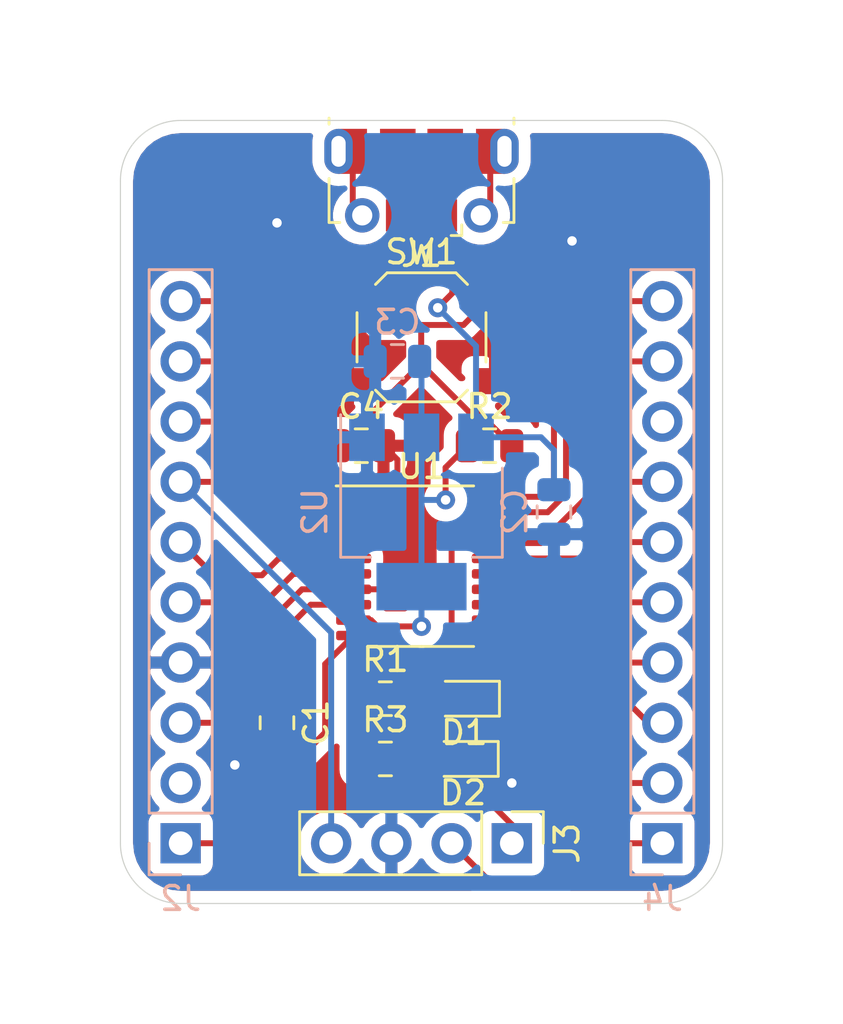
<source format=kicad_pcb>
(kicad_pcb (version 20171130) (host pcbnew "(5.1.6)-1")

  (general
    (thickness 1.6)
    (drawings 10)
    (tracks 154)
    (zones 0)
    (modules 16)
    (nets 31)
  )

  (page A4)
  (layers
    (0 F.Cu signal)
    (31 B.Cu signal)
    (32 B.Adhes user)
    (33 F.Adhes user)
    (34 B.Paste user)
    (35 F.Paste user)
    (36 B.SilkS user)
    (37 F.SilkS user)
    (38 B.Mask user)
    (39 F.Mask user)
    (40 Dwgs.User user)
    (41 Cmts.User user)
    (42 Eco1.User user)
    (43 Eco2.User user)
    (44 Edge.Cuts user)
    (45 Margin user)
    (46 B.CrtYd user)
    (47 F.CrtYd user)
    (48 B.Fab user hide)
    (49 F.Fab user)
  )

  (setup
    (last_trace_width 0.25)
    (trace_clearance 0.2)
    (zone_clearance 0.508)
    (zone_45_only no)
    (trace_min 0.2)
    (via_size 0.8)
    (via_drill 0.4)
    (via_min_size 0.4)
    (via_min_drill 0.3)
    (uvia_size 0.3)
    (uvia_drill 0.1)
    (uvias_allowed no)
    (uvia_min_size 0.2)
    (uvia_min_drill 0.1)
    (edge_width 0.05)
    (segment_width 0.2)
    (pcb_text_width 0.3)
    (pcb_text_size 1.5 1.5)
    (mod_edge_width 0.12)
    (mod_text_size 1 1)
    (mod_text_width 0.15)
    (pad_size 1.524 1.524)
    (pad_drill 0.762)
    (pad_to_mask_clearance 0.05)
    (aux_axis_origin 0 0)
    (grid_origin 50.8 152.4)
    (visible_elements 7FFFFFFF)
    (pcbplotparams
      (layerselection 0x010fc_ffffffff)
      (usegerberextensions false)
      (usegerberattributes true)
      (usegerberadvancedattributes true)
      (creategerberjobfile true)
      (excludeedgelayer true)
      (linewidth 0.100000)
      (plotframeref false)
      (viasonmask false)
      (mode 1)
      (useauxorigin false)
      (hpglpennumber 1)
      (hpglpenspeed 20)
      (hpglpendiameter 15.000000)
      (psnegative false)
      (psa4output false)
      (plotreference true)
      (plotvalue true)
      (plotinvisibletext false)
      (padsonsilk false)
      (subtractmaskfromsilk false)
      (outputformat 1)
      (mirror false)
      (drillshape 0)
      (scaleselection 1)
      (outputdirectory ""))
  )

  (net 0 "")
  (net 1 GND)
  (net 2 VCAP)
  (net 3 "Net-(C2-Pad1)")
  (net 4 +3V3)
  (net 5 "Net-(C4-Pad1)")
  (net 6 "Net-(D1-Pad2)")
  (net 7 PB5)
  (net 8 "Net-(D2-Pad2)")
  (net 9 "Net-(J1-Pad6)")
  (net 10 "Net-(J1-Pad3)")
  (net 11 "Net-(J1-Pad4)")
  (net 12 "Net-(J1-Pad2)")
  (net 13 PD4)
  (net 14 PD5)
  (net 15 PD6)
  (net 16 NRST)
  (net 17 PA1)
  (net 18 PA2)
  (net 19 +3.3V)
  (net 20 PA3)
  (net 21 PD1+SWIM)
  (net 22 PD3)
  (net 23 PD2)
  (net 24 PD1)
  (net 25 PC7)
  (net 26 PC6)
  (net 27 PC5)
  (net 28 PC4)
  (net 29 PC3)
  (net 30 PB4)

  (net_class Default "This is the default net class."
    (clearance 0.2)
    (trace_width 0.25)
    (via_dia 0.8)
    (via_drill 0.4)
    (uvia_dia 0.3)
    (uvia_drill 0.1)
    (add_net +3.3V)
    (add_net +3V3)
    (add_net GND)
    (add_net NRST)
    (add_net "Net-(C2-Pad1)")
    (add_net "Net-(C4-Pad1)")
    (add_net "Net-(D1-Pad2)")
    (add_net "Net-(D2-Pad2)")
    (add_net "Net-(J1-Pad2)")
    (add_net "Net-(J1-Pad3)")
    (add_net "Net-(J1-Pad4)")
    (add_net "Net-(J1-Pad6)")
    (add_net PA1)
    (add_net PA2)
    (add_net PA3)
    (add_net PB4)
    (add_net PB5)
    (add_net PC3)
    (add_net PC4)
    (add_net PC5)
    (add_net PC6)
    (add_net PC7)
    (add_net PD1)
    (add_net PD1+SWIM)
    (add_net PD2)
    (add_net PD3)
    (add_net PD4)
    (add_net PD5)
    (add_net PD6)
    (add_net VCAP)
  )

  (module Connector_USB:USB_Micro-B_Molex-105017-0001 (layer F.Cu) (tedit 5A1DC0BE) (tstamp 5EEB2AA1)
    (at 63.5 121.92 180)
    (descr http://www.molex.com/pdm_docs/sd/1050170001_sd.pdf)
    (tags "Micro-USB SMD Typ-B")
    (path /5EED409F)
    (attr smd)
    (fp_text reference J1 (at 0 -3.1125) (layer F.SilkS)
      (effects (font (size 1 1) (thickness 0.15)))
    )
    (fp_text value USB_B_Micro (at 0.3 4.3375) (layer F.Fab)
      (effects (font (size 1 1) (thickness 0.15)))
    )
    (fp_line (start -4.4 3.64) (end 4.4 3.64) (layer F.CrtYd) (width 0.05))
    (fp_line (start 4.4 -2.46) (end 4.4 3.64) (layer F.CrtYd) (width 0.05))
    (fp_line (start -4.4 -2.46) (end 4.4 -2.46) (layer F.CrtYd) (width 0.05))
    (fp_line (start -4.4 3.64) (end -4.4 -2.46) (layer F.CrtYd) (width 0.05))
    (fp_line (start -3.9 -1.7625) (end -3.45 -1.7625) (layer F.SilkS) (width 0.12))
    (fp_line (start -3.9 0.0875) (end -3.9 -1.7625) (layer F.SilkS) (width 0.12))
    (fp_line (start 3.9 2.6375) (end 3.9 2.3875) (layer F.SilkS) (width 0.12))
    (fp_line (start 3.75 3.3875) (end 3.75 -1.6125) (layer F.Fab) (width 0.1))
    (fp_line (start -3 2.689204) (end 3 2.689204) (layer F.Fab) (width 0.1))
    (fp_line (start -3.75 3.389204) (end 3.75 3.389204) (layer F.Fab) (width 0.1))
    (fp_line (start -3.75 -1.6125) (end 3.75 -1.6125) (layer F.Fab) (width 0.1))
    (fp_line (start -3.75 3.3875) (end -3.75 -1.6125) (layer F.Fab) (width 0.1))
    (fp_line (start -3.9 2.6375) (end -3.9 2.3875) (layer F.SilkS) (width 0.12))
    (fp_line (start 3.9 0.0875) (end 3.9 -1.7625) (layer F.SilkS) (width 0.12))
    (fp_line (start 3.9 -1.7625) (end 3.45 -1.7625) (layer F.SilkS) (width 0.12))
    (fp_line (start -1.7 -2.3125) (end -1.25 -2.3125) (layer F.SilkS) (width 0.12))
    (fp_line (start -1.7 -2.3125) (end -1.7 -1.8625) (layer F.SilkS) (width 0.12))
    (fp_line (start -1.3 -1.7125) (end -1.5 -1.9125) (layer F.Fab) (width 0.1))
    (fp_line (start -1.1 -1.9125) (end -1.3 -1.7125) (layer F.Fab) (width 0.1))
    (fp_line (start -1.5 -2.1225) (end -1.1 -2.1225) (layer F.Fab) (width 0.1))
    (fp_line (start -1.5 -2.1225) (end -1.5 -1.9125) (layer F.Fab) (width 0.1))
    (fp_line (start -1.1 -2.1225) (end -1.1 -1.9125) (layer F.Fab) (width 0.1))
    (fp_text user %R (at 2.76 5.74 270) (layer F.Fab)
      (effects (font (size 1 1) (thickness 0.15)))
    )
    (fp_text user "PCB Edge" (at 0 2.6875) (layer Dwgs.User)
      (effects (font (size 0.5 0.5) (thickness 0.08)))
    )
    (pad 6 smd rect (at -2.9 1.2375 180) (size 1.2 1.9) (layers F.Cu F.Mask)
      (net 9 "Net-(J1-Pad6)"))
    (pad 6 smd rect (at 2.9 1.2375 180) (size 1.2 1.9) (layers F.Cu F.Mask)
      (net 9 "Net-(J1-Pad6)"))
    (pad 6 thru_hole oval (at 3.5 1.2375 180) (size 1.2 1.9) (drill oval 0.6 1.3) (layers *.Cu *.Mask)
      (net 9 "Net-(J1-Pad6)"))
    (pad 6 thru_hole oval (at -3.5 1.2375) (size 1.2 1.9) (drill oval 0.6 1.3) (layers *.Cu *.Mask)
      (net 9 "Net-(J1-Pad6)"))
    (pad 6 smd rect (at -1 1.2375 180) (size 1.5 1.9) (layers F.Cu F.Paste F.Mask)
      (net 9 "Net-(J1-Pad6)"))
    (pad 6 thru_hole circle (at 2.5 -1.4625 180) (size 1.45 1.45) (drill 0.85) (layers *.Cu *.Mask)
      (net 9 "Net-(J1-Pad6)"))
    (pad 3 smd rect (at 0 -1.4625 180) (size 0.4 1.35) (layers F.Cu F.Paste F.Mask)
      (net 10 "Net-(J1-Pad3)"))
    (pad 4 smd rect (at 0.65 -1.4625 180) (size 0.4 1.35) (layers F.Cu F.Paste F.Mask)
      (net 11 "Net-(J1-Pad4)"))
    (pad 5 smd rect (at 1.3 -1.4625 180) (size 0.4 1.35) (layers F.Cu F.Paste F.Mask)
      (net 1 GND))
    (pad 1 smd rect (at -1.3 -1.4625 180) (size 0.4 1.35) (layers F.Cu F.Paste F.Mask)
      (net 3 "Net-(C2-Pad1)"))
    (pad 2 smd rect (at -0.65 -1.4625 180) (size 0.4 1.35) (layers F.Cu F.Paste F.Mask)
      (net 12 "Net-(J1-Pad2)"))
    (pad 6 thru_hole circle (at -2.5 -1.4625 180) (size 1.45 1.45) (drill 0.85) (layers *.Cu *.Mask)
      (net 9 "Net-(J1-Pad6)"))
    (pad 6 smd rect (at 1 1.2375 180) (size 1.5 1.9) (layers F.Cu F.Paste F.Mask)
      (net 9 "Net-(J1-Pad6)"))
    (model ${KISYS3DMOD}/Connector_USB.3dshapes/USB_Micro-B_Molex-105017-0001.wrl
      (at (xyz 0 0 0))
      (scale (xyz 1 1 1))
      (rotate (xyz 0 0 0))
    )
  )

  (module Button_Switch_SMD:SW_SPST_SKQG_WithStem (layer F.Cu) (tedit 5ABAB6AF) (tstamp 5EEB2098)
    (at 63.5 128.524)
    (descr "ALPS 5.2mm Square Low-profile Type (Surface Mount) SKQG Series, With stem, http://www.alps.com/prod/info/E/HTML/Tact/SurfaceMount/SKQG/SKQGAFE010.html")
    (tags "SPST Button Switch")
    (path /5EED1CF0)
    (attr smd)
    (fp_text reference SW1 (at 0 -3.6) (layer F.SilkS)
      (effects (font (size 1 1) (thickness 0.15)))
    )
    (fp_text value SW_Push (at 0 3.6) (layer F.Fab)
      (effects (font (size 1 1) (thickness 0.15)))
    )
    (fp_line (start -1 -1.3) (end -1 1.3) (layer Dwgs.User) (width 0.05))
    (fp_line (start -4 -0.3) (end -3 -1.3) (layer Dwgs.User) (width 0.05))
    (fp_line (start -2.6 1.3) (end -1 -0.3) (layer Dwgs.User) (width 0.05))
    (fp_line (start -1 -1.3) (end -3.6 1.3) (layer Dwgs.User) (width 0.05))
    (fp_line (start -4 -1.3) (end -1 -1.3) (layer Dwgs.User) (width 0.05))
    (fp_line (start -1 1.3) (end -4 1.3) (layer Dwgs.User) (width 0.05))
    (fp_line (start -4 0.7) (end -2 -1.3) (layer Dwgs.User) (width 0.05))
    (fp_line (start -4 1.3) (end -4 -1.3) (layer Dwgs.User) (width 0.05))
    (fp_line (start -1 0.7) (end -1.6 1.3) (layer Dwgs.User) (width 0.05))
    (fp_line (start 4 0.7) (end 3.4 1.3) (layer Dwgs.User) (width 0.05))
    (fp_line (start 2.4 1.3) (end 4 -0.3) (layer Dwgs.User) (width 0.05))
    (fp_line (start 4 -1.3) (end 1.4 1.3) (layer Dwgs.User) (width 0.05))
    (fp_line (start 1 0.7) (end 3 -1.3) (layer Dwgs.User) (width 0.05))
    (fp_line (start 1 -0.3) (end 2 -1.3) (layer Dwgs.User) (width 0.05))
    (fp_line (start 1 -1.3) (end 4 -1.3) (layer Dwgs.User) (width 0.05))
    (fp_line (start 1 1.3) (end 1 -1.3) (layer Dwgs.User) (width 0.05))
    (fp_line (start 4 1.3) (end 1 1.3) (layer Dwgs.User) (width 0.05))
    (fp_line (start 4 -1.3) (end 4 1.3) (layer Dwgs.User) (width 0.05))
    (fp_line (start 0.95 -1.865) (end 1.865 -0.95) (layer F.Fab) (width 0.1))
    (fp_line (start -0.95 -1.865) (end -1.865 -0.95) (layer F.Fab) (width 0.1))
    (fp_line (start -0.95 1.865) (end -1.865 0.95) (layer F.Fab) (width 0.1))
    (fp_line (start 0.95 1.865) (end 1.865 0.95) (layer F.Fab) (width 0.1))
    (fp_line (start 1.45 2.72) (end 1.94 2.23) (layer F.SilkS) (width 0.12))
    (fp_line (start -1.45 2.72) (end 1.45 2.72) (layer F.SilkS) (width 0.12))
    (fp_line (start -1.45 2.72) (end -1.94 2.23) (layer F.SilkS) (width 0.12))
    (fp_line (start -1.45 -2.72) (end 1.45 -2.72) (layer F.SilkS) (width 0.12))
    (fp_line (start -1.45 -2.72) (end -1.94 -2.23) (layer F.SilkS) (width 0.12))
    (fp_line (start 2.72 1.04) (end 2.72 -1.04) (layer F.SilkS) (width 0.12))
    (fp_circle (center 0 0) (end 1 0) (layer F.Fab) (width 0.1))
    (fp_line (start 1.45 -2.72) (end 1.94 -2.23) (layer F.SilkS) (width 0.12))
    (fp_line (start -2.72 1.04) (end -2.72 -1.04) (layer F.SilkS) (width 0.12))
    (fp_line (start 1.865 -0.95) (end 1.865 0.95) (layer F.Fab) (width 0.1))
    (fp_line (start 0.95 1.865) (end -0.95 1.865) (layer F.Fab) (width 0.1))
    (fp_line (start -1.865 0.95) (end -1.865 -0.95) (layer F.Fab) (width 0.1))
    (fp_line (start -0.95 -1.865) (end 0.95 -1.865) (layer F.Fab) (width 0.1))
    (fp_line (start -4.25 2.85) (end 4.25 2.85) (layer F.CrtYd) (width 0.05))
    (fp_line (start 4.25 2.85) (end 4.25 -2.85) (layer F.CrtYd) (width 0.05))
    (fp_line (start 4.25 -2.85) (end -4.25 -2.85) (layer F.CrtYd) (width 0.05))
    (fp_line (start -4.25 -2.85) (end -4.25 2.85) (layer F.CrtYd) (width 0.05))
    (fp_line (start -1.4 -2.6) (end 1.4 -2.6) (layer F.Fab) (width 0.1))
    (fp_line (start -2.6 -1.4) (end -1.4 -2.6) (layer F.Fab) (width 0.1))
    (fp_line (start -2.6 1.4) (end -2.6 -1.4) (layer F.Fab) (width 0.1))
    (fp_line (start -1.4 2.6) (end -2.6 1.4) (layer F.Fab) (width 0.1))
    (fp_line (start 1.4 2.6) (end -1.4 2.6) (layer F.Fab) (width 0.1))
    (fp_line (start 2.6 1.4) (end 1.4 2.6) (layer F.Fab) (width 0.1))
    (fp_line (start 2.6 -1.4) (end 2.6 1.4) (layer F.Fab) (width 0.1))
    (fp_line (start 1.4 -2.6) (end 2.6 -1.4) (layer F.Fab) (width 0.1))
    (fp_text user "No F.Cu tracks" (at -2.5 0.2) (layer Cmts.User)
      (effects (font (size 0.2 0.2) (thickness 0.03)))
    )
    (fp_text user "KEEP-OUT ZONE" (at -2.5 -0.2) (layer Cmts.User)
      (effects (font (size 0.2 0.2) (thickness 0.03)))
    )
    (fp_text user "KEEP-OUT ZONE" (at 2.5 -0.2) (layer Cmts.User)
      (effects (font (size 0.2 0.2) (thickness 0.03)))
    )
    (fp_text user "No F.Cu tracks" (at 2.5 0.2) (layer Cmts.User)
      (effects (font (size 0.2 0.2) (thickness 0.03)))
    )
    (fp_text user %R (at 0 0) (layer F.Fab)
      (effects (font (size 0.4 0.4) (thickness 0.06)))
    )
    (pad 2 smd rect (at 3.1 1.85) (size 1.8 1.1) (layers F.Cu F.Paste F.Mask)
      (net 1 GND))
    (pad 2 smd rect (at -3.1 1.85) (size 1.8 1.1) (layers F.Cu F.Paste F.Mask)
      (net 1 GND))
    (pad 1 smd rect (at 3.1 -1.85) (size 1.8 1.1) (layers F.Cu F.Paste F.Mask)
      (net 5 "Net-(C4-Pad1)"))
    (pad 1 smd rect (at -3.1 -1.85) (size 1.8 1.1) (layers F.Cu F.Paste F.Mask)
      (net 5 "Net-(C4-Pad1)"))
    (model ${KISYS3DMOD}/Button_Switch_SMD.3dshapes/SW_SPST_SKQG_WithStem.wrl
      (at (xyz 0 0 0))
      (scale (xyz 1 1 1))
      (rotate (xyz 0 0 0))
    )
  )

  (module Package_TO_SOT_SMD:SOT-223-3_TabPin2 (layer B.Cu) (tedit 5A02FF57) (tstamp 5EF0C7BF)
    (at 63.5 135.89 270)
    (descr "module CMS SOT223 4 pins")
    (tags "CMS SOT")
    (path /5EEB436A)
    (attr smd)
    (fp_text reference U2 (at 0 4.5 90) (layer B.SilkS)
      (effects (font (size 1 1) (thickness 0.15)) (justify mirror))
    )
    (fp_text value AMS1117-3.3 (at 0 -4.5 90) (layer B.Fab)
      (effects (font (size 1 1) (thickness 0.15)) (justify mirror))
    )
    (fp_line (start 1.91 -3.41) (end 1.91 -2.15) (layer B.SilkS) (width 0.12))
    (fp_line (start 1.91 3.41) (end 1.91 2.15) (layer B.SilkS) (width 0.12))
    (fp_line (start 4.4 3.6) (end -4.4 3.6) (layer B.CrtYd) (width 0.05))
    (fp_line (start 4.4 -3.6) (end 4.4 3.6) (layer B.CrtYd) (width 0.05))
    (fp_line (start -4.4 -3.6) (end 4.4 -3.6) (layer B.CrtYd) (width 0.05))
    (fp_line (start -4.4 3.6) (end -4.4 -3.6) (layer B.CrtYd) (width 0.05))
    (fp_line (start -1.85 2.35) (end -0.85 3.35) (layer B.Fab) (width 0.1))
    (fp_line (start -1.85 2.35) (end -1.85 -3.35) (layer B.Fab) (width 0.1))
    (fp_line (start -1.85 -3.41) (end 1.91 -3.41) (layer B.SilkS) (width 0.12))
    (fp_line (start -0.85 3.35) (end 1.85 3.35) (layer B.Fab) (width 0.1))
    (fp_line (start -4.1 3.41) (end 1.91 3.41) (layer B.SilkS) (width 0.12))
    (fp_line (start -1.85 -3.35) (end 1.85 -3.35) (layer B.Fab) (width 0.1))
    (fp_line (start 1.85 3.35) (end 1.85 -3.35) (layer B.Fab) (width 0.1))
    (fp_text user %R (at 0.07 1.3 180) (layer B.Fab)
      (effects (font (size 0.8 0.8) (thickness 0.12)) (justify mirror))
    )
    (pad 1 smd rect (at -3.15 2.3 270) (size 2 1.5) (layers B.Cu B.Paste B.Mask)
      (net 1 GND))
    (pad 3 smd rect (at -3.15 -2.3 270) (size 2 1.5) (layers B.Cu B.Paste B.Mask)
      (net 3 "Net-(C2-Pad1)"))
    (pad 2 smd rect (at -3.15 0 270) (size 2 1.5) (layers B.Cu B.Paste B.Mask)
      (net 4 +3V3))
    (pad 2 smd rect (at 3.15 0 270) (size 2 3.8) (layers B.Cu B.Paste B.Mask)
      (net 4 +3V3))
    (model ${KISYS3DMOD}/Package_TO_SOT_SMD.3dshapes/SOT-223.wrl
      (at (xyz 0 0 0))
      (scale (xyz 1 1 1))
      (rotate (xyz 0 0 0))
    )
  )

  (module Package_SO:TSSOP-20_4.4x6.5mm_P0.65mm (layer F.Cu) (tedit 5E476F32) (tstamp 5EEB26EF)
    (at 63.5 138.176)
    (descr "TSSOP, 20 Pin (JEDEC MO-153 Var AC https://www.jedec.org/document_search?search_api_views_fulltext=MO-153), generated with kicad-footprint-generator ipc_gullwing_generator.py")
    (tags "TSSOP SO")
    (path /5EEAE1A8)
    (attr smd)
    (fp_text reference U1 (at 0 -4.2) (layer F.SilkS)
      (effects (font (size 1 1) (thickness 0.15)))
    )
    (fp_text value STM8S003F3P (at 0 4.2) (layer F.Fab)
      (effects (font (size 1 1) (thickness 0.15)))
    )
    (fp_line (start 0 3.385) (end 2.2 3.385) (layer F.SilkS) (width 0.12))
    (fp_line (start 0 3.385) (end -2.2 3.385) (layer F.SilkS) (width 0.12))
    (fp_line (start 0 -3.385) (end 2.2 -3.385) (layer F.SilkS) (width 0.12))
    (fp_line (start 0 -3.385) (end -3.6 -3.385) (layer F.SilkS) (width 0.12))
    (fp_line (start -1.2 -3.25) (end 2.2 -3.25) (layer F.Fab) (width 0.1))
    (fp_line (start 2.2 -3.25) (end 2.2 3.25) (layer F.Fab) (width 0.1))
    (fp_line (start 2.2 3.25) (end -2.2 3.25) (layer F.Fab) (width 0.1))
    (fp_line (start -2.2 3.25) (end -2.2 -2.25) (layer F.Fab) (width 0.1))
    (fp_line (start -2.2 -2.25) (end -1.2 -3.25) (layer F.Fab) (width 0.1))
    (fp_line (start -3.85 -3.5) (end -3.85 3.5) (layer F.CrtYd) (width 0.05))
    (fp_line (start -3.85 3.5) (end 3.85 3.5) (layer F.CrtYd) (width 0.05))
    (fp_line (start 3.85 3.5) (end 3.85 -3.5) (layer F.CrtYd) (width 0.05))
    (fp_line (start 3.85 -3.5) (end -3.85 -3.5) (layer F.CrtYd) (width 0.05))
    (fp_text user %R (at -2.54 -5.08 180) (layer F.Fab)
      (effects (font (size 1 1) (thickness 0.15)))
    )
    (pad 20 smd roundrect (at 2.8625 -2.925) (size 1.475 0.4) (layers F.Cu F.Paste F.Mask) (roundrect_rratio 0.25)
      (net 22 PD3))
    (pad 19 smd roundrect (at 2.8625 -2.275) (size 1.475 0.4) (layers F.Cu F.Paste F.Mask) (roundrect_rratio 0.25)
      (net 23 PD2))
    (pad 18 smd roundrect (at 2.8625 -1.625) (size 1.475 0.4) (layers F.Cu F.Paste F.Mask) (roundrect_rratio 0.25)
      (net 21 PD1+SWIM))
    (pad 17 smd roundrect (at 2.8625 -0.975) (size 1.475 0.4) (layers F.Cu F.Paste F.Mask) (roundrect_rratio 0.25)
      (net 25 PC7))
    (pad 16 smd roundrect (at 2.8625 -0.325) (size 1.475 0.4) (layers F.Cu F.Paste F.Mask) (roundrect_rratio 0.25)
      (net 26 PC6))
    (pad 15 smd roundrect (at 2.8625 0.325) (size 1.475 0.4) (layers F.Cu F.Paste F.Mask) (roundrect_rratio 0.25)
      (net 27 PC5))
    (pad 14 smd roundrect (at 2.8625 0.975) (size 1.475 0.4) (layers F.Cu F.Paste F.Mask) (roundrect_rratio 0.25)
      (net 28 PC4))
    (pad 13 smd roundrect (at 2.8625 1.625) (size 1.475 0.4) (layers F.Cu F.Paste F.Mask) (roundrect_rratio 0.25)
      (net 29 PC3))
    (pad 12 smd roundrect (at 2.8625 2.275) (size 1.475 0.4) (layers F.Cu F.Paste F.Mask) (roundrect_rratio 0.25)
      (net 30 PB4))
    (pad 11 smd roundrect (at 2.8625 2.925) (size 1.475 0.4) (layers F.Cu F.Paste F.Mask) (roundrect_rratio 0.25)
      (net 7 PB5))
    (pad 10 smd roundrect (at -2.8625 2.925) (size 1.475 0.4) (layers F.Cu F.Paste F.Mask) (roundrect_rratio 0.25)
      (net 20 PA3))
    (pad 9 smd roundrect (at -2.8625 2.275) (size 1.475 0.4) (layers F.Cu F.Paste F.Mask) (roundrect_rratio 0.25)
      (net 4 +3V3))
    (pad 8 smd roundrect (at -2.8625 1.625) (size 1.475 0.4) (layers F.Cu F.Paste F.Mask) (roundrect_rratio 0.25)
      (net 2 VCAP))
    (pad 7 smd roundrect (at -2.8625 0.975) (size 1.475 0.4) (layers F.Cu F.Paste F.Mask) (roundrect_rratio 0.25)
      (net 1 GND))
    (pad 6 smd roundrect (at -2.8625 0.325) (size 1.475 0.4) (layers F.Cu F.Paste F.Mask) (roundrect_rratio 0.25)
      (net 18 PA2))
    (pad 5 smd roundrect (at -2.8625 -0.325) (size 1.475 0.4) (layers F.Cu F.Paste F.Mask) (roundrect_rratio 0.25)
      (net 17 PA1))
    (pad 4 smd roundrect (at -2.8625 -0.975) (size 1.475 0.4) (layers F.Cu F.Paste F.Mask) (roundrect_rratio 0.25)
      (net 16 NRST))
    (pad 3 smd roundrect (at -2.8625 -1.625) (size 1.475 0.4) (layers F.Cu F.Paste F.Mask) (roundrect_rratio 0.25)
      (net 15 PD6))
    (pad 2 smd roundrect (at -2.8625 -2.275) (size 1.475 0.4) (layers F.Cu F.Paste F.Mask) (roundrect_rratio 0.25)
      (net 14 PD5))
    (pad 1 smd roundrect (at -2.8625 -2.925) (size 1.475 0.4) (layers F.Cu F.Paste F.Mask) (roundrect_rratio 0.25)
      (net 13 PD4))
    (model ${KISYS3DMOD}/Package_SO.3dshapes/TSSOP-20_4.4x6.5mm_P0.65mm.wrl
      (at (xyz 0 0 0))
      (scale (xyz 1 1 1))
      (rotate (xyz 0 0 0))
    )
  )

  (module Resistor_SMD:R_0805_2012Metric (layer F.Cu) (tedit 5B36C52B) (tstamp 5EEB205F)
    (at 61.976 146.304)
    (descr "Resistor SMD 0805 (2012 Metric), square (rectangular) end terminal, IPC_7351 nominal, (Body size source: https://docs.google.com/spreadsheets/d/1BsfQQcO9C6DZCsRaXUlFlo91Tg2WpOkGARC1WS5S8t0/edit?usp=sharing), generated with kicad-footprint-generator")
    (tags resistor)
    (path /5EEDF914)
    (attr smd)
    (fp_text reference R3 (at 0 -1.65) (layer F.SilkS)
      (effects (font (size 1 1) (thickness 0.15)))
    )
    (fp_text value 1K (at 0 1.65) (layer F.Fab)
      (effects (font (size 1 1) (thickness 0.15)))
    )
    (fp_line (start -1 0.6) (end -1 -0.6) (layer F.Fab) (width 0.1))
    (fp_line (start -1 -0.6) (end 1 -0.6) (layer F.Fab) (width 0.1))
    (fp_line (start 1 -0.6) (end 1 0.6) (layer F.Fab) (width 0.1))
    (fp_line (start 1 0.6) (end -1 0.6) (layer F.Fab) (width 0.1))
    (fp_line (start -0.258578 -0.71) (end 0.258578 -0.71) (layer F.SilkS) (width 0.12))
    (fp_line (start -0.258578 0.71) (end 0.258578 0.71) (layer F.SilkS) (width 0.12))
    (fp_line (start -1.68 0.95) (end -1.68 -0.95) (layer F.CrtYd) (width 0.05))
    (fp_line (start -1.68 -0.95) (end 1.68 -0.95) (layer F.CrtYd) (width 0.05))
    (fp_line (start 1.68 -0.95) (end 1.68 0.95) (layer F.CrtYd) (width 0.05))
    (fp_line (start 1.68 0.95) (end -1.68 0.95) (layer F.CrtYd) (width 0.05))
    (fp_text user %R (at -0.018 0.544) (layer F.Fab)
      (effects (font (size 0.5 0.5) (thickness 0.08)))
    )
    (pad 2 smd roundrect (at 0.9375 0) (size 0.975 1.4) (layers F.Cu F.Paste F.Mask) (roundrect_rratio 0.25)
      (net 8 "Net-(D2-Pad2)"))
    (pad 1 smd roundrect (at -0.9375 0) (size 0.975 1.4) (layers F.Cu F.Paste F.Mask) (roundrect_rratio 0.25)
      (net 4 +3V3))
    (model ${KISYS3DMOD}/Resistor_SMD.3dshapes/R_0805_2012Metric.wrl
      (at (xyz 0 0 0))
      (scale (xyz 1 1 1))
      (rotate (xyz 0 0 0))
    )
  )

  (module Resistor_SMD:R_0805_2012Metric (layer F.Cu) (tedit 5B36C52B) (tstamp 5EEB204E)
    (at 66.3725 133.096)
    (descr "Resistor SMD 0805 (2012 Metric), square (rectangular) end terminal, IPC_7351 nominal, (Body size source: https://docs.google.com/spreadsheets/d/1BsfQQcO9C6DZCsRaXUlFlo91Tg2WpOkGARC1WS5S8t0/edit?usp=sharing), generated with kicad-footprint-generator")
    (tags resistor)
    (path /5EECD9BA)
    (attr smd)
    (fp_text reference R2 (at 0 -1.65) (layer F.SilkS)
      (effects (font (size 1 1) (thickness 0.15)))
    )
    (fp_text value 10K (at 0 1.65) (layer F.Fab)
      (effects (font (size 1 1) (thickness 0.15)))
    )
    (fp_line (start -1 0.6) (end -1 -0.6) (layer F.Fab) (width 0.1))
    (fp_line (start -1 -0.6) (end 1 -0.6) (layer F.Fab) (width 0.1))
    (fp_line (start 1 -0.6) (end 1 0.6) (layer F.Fab) (width 0.1))
    (fp_line (start 1 0.6) (end -1 0.6) (layer F.Fab) (width 0.1))
    (fp_line (start -0.258578 -0.71) (end 0.258578 -0.71) (layer F.SilkS) (width 0.12))
    (fp_line (start -0.258578 0.71) (end 0.258578 0.71) (layer F.SilkS) (width 0.12))
    (fp_line (start -1.68 0.95) (end -1.68 -0.95) (layer F.CrtYd) (width 0.05))
    (fp_line (start -1.68 -0.95) (end 1.68 -0.95) (layer F.CrtYd) (width 0.05))
    (fp_line (start 1.68 -0.95) (end 1.68 0.95) (layer F.CrtYd) (width 0.05))
    (fp_line (start 1.68 0.95) (end -1.68 0.95) (layer F.CrtYd) (width 0.05))
    (fp_text user %R (at 0 0) (layer F.Fab)
      (effects (font (size 0.5 0.5) (thickness 0.08)))
    )
    (pad 2 smd roundrect (at 0.9375 0) (size 0.975 1.4) (layers F.Cu F.Paste F.Mask) (roundrect_rratio 0.25)
      (net 5 "Net-(C4-Pad1)"))
    (pad 1 smd roundrect (at -0.9375 0) (size 0.975 1.4) (layers F.Cu F.Paste F.Mask) (roundrect_rratio 0.25)
      (net 4 +3V3))
    (model ${KISYS3DMOD}/Resistor_SMD.3dshapes/R_0805_2012Metric.wrl
      (at (xyz 0 0 0))
      (scale (xyz 1 1 1))
      (rotate (xyz 0 0 0))
    )
  )

  (module Resistor_SMD:R_0805_2012Metric (layer F.Cu) (tedit 5B36C52B) (tstamp 5EEB203D)
    (at 61.976 143.764)
    (descr "Resistor SMD 0805 (2012 Metric), square (rectangular) end terminal, IPC_7351 nominal, (Body size source: https://docs.google.com/spreadsheets/d/1BsfQQcO9C6DZCsRaXUlFlo91Tg2WpOkGARC1WS5S8t0/edit?usp=sharing), generated with kicad-footprint-generator")
    (tags resistor)
    (path /5EEDF26E)
    (attr smd)
    (fp_text reference R1 (at 0 -1.65) (layer F.SilkS)
      (effects (font (size 1 1) (thickness 0.15)))
    )
    (fp_text value 1K (at 0 1.65) (layer F.Fab)
      (effects (font (size 1 1) (thickness 0.15)))
    )
    (fp_line (start -1 0.6) (end -1 -0.6) (layer F.Fab) (width 0.1))
    (fp_line (start -1 -0.6) (end 1 -0.6) (layer F.Fab) (width 0.1))
    (fp_line (start 1 -0.6) (end 1 0.6) (layer F.Fab) (width 0.1))
    (fp_line (start 1 0.6) (end -1 0.6) (layer F.Fab) (width 0.1))
    (fp_line (start -0.258578 -0.71) (end 0.258578 -0.71) (layer F.SilkS) (width 0.12))
    (fp_line (start -0.258578 0.71) (end 0.258578 0.71) (layer F.SilkS) (width 0.12))
    (fp_line (start -1.68 0.95) (end -1.68 -0.95) (layer F.CrtYd) (width 0.05))
    (fp_line (start -1.68 -0.95) (end 1.68 -0.95) (layer F.CrtYd) (width 0.05))
    (fp_line (start 1.68 -0.95) (end 1.68 0.95) (layer F.CrtYd) (width 0.05))
    (fp_line (start 1.68 0.95) (end -1.68 0.95) (layer F.CrtYd) (width 0.05))
    (fp_text user %R (at 0 0) (layer F.Fab)
      (effects (font (size 0.5 0.5) (thickness 0.08)))
    )
    (pad 2 smd roundrect (at 0.9375 0) (size 0.975 1.4) (layers F.Cu F.Paste F.Mask) (roundrect_rratio 0.25)
      (net 6 "Net-(D1-Pad2)"))
    (pad 1 smd roundrect (at -0.9375 0) (size 0.975 1.4) (layers F.Cu F.Paste F.Mask) (roundrect_rratio 0.25)
      (net 4 +3V3))
    (model ${KISYS3DMOD}/Resistor_SMD.3dshapes/R_0805_2012Metric.wrl
      (at (xyz 0 0 0))
      (scale (xyz 1 1 1))
      (rotate (xyz 0 0 0))
    )
  )

  (module Connector_PinHeader_2.54mm:PinHeader_1x10_P2.54mm_Vertical (layer B.Cu) (tedit 59FED5CC) (tstamp 5EF0A575)
    (at 73.66 149.86)
    (descr "Through hole straight pin header, 1x10, 2.54mm pitch, single row")
    (tags "Through hole pin header THT 1x10 2.54mm single row")
    (path /5EEE825E)
    (fp_text reference J4 (at 0 2.33) (layer B.SilkS)
      (effects (font (size 1 1) (thickness 0.15)) (justify mirror))
    )
    (fp_text value Conn_01x10 (at 0 -25.19) (layer B.Fab)
      (effects (font (size 1 1) (thickness 0.15)) (justify mirror))
    )
    (fp_line (start -0.635 1.27) (end 1.27 1.27) (layer B.Fab) (width 0.1))
    (fp_line (start 1.27 1.27) (end 1.27 -24.13) (layer B.Fab) (width 0.1))
    (fp_line (start 1.27 -24.13) (end -1.27 -24.13) (layer B.Fab) (width 0.1))
    (fp_line (start -1.27 -24.13) (end -1.27 0.635) (layer B.Fab) (width 0.1))
    (fp_line (start -1.27 0.635) (end -0.635 1.27) (layer B.Fab) (width 0.1))
    (fp_line (start -1.33 -24.19) (end 1.33 -24.19) (layer B.SilkS) (width 0.12))
    (fp_line (start -1.33 -1.27) (end -1.33 -24.19) (layer B.SilkS) (width 0.12))
    (fp_line (start 1.33 -1.27) (end 1.33 -24.19) (layer B.SilkS) (width 0.12))
    (fp_line (start -1.33 -1.27) (end 1.33 -1.27) (layer B.SilkS) (width 0.12))
    (fp_line (start -1.33 0) (end -1.33 1.33) (layer B.SilkS) (width 0.12))
    (fp_line (start -1.33 1.33) (end 0 1.33) (layer B.SilkS) (width 0.12))
    (fp_line (start -1.8 1.8) (end -1.8 -24.65) (layer B.CrtYd) (width 0.05))
    (fp_line (start -1.8 -24.65) (end 1.8 -24.65) (layer B.CrtYd) (width 0.05))
    (fp_line (start 1.8 -24.65) (end 1.8 1.8) (layer B.CrtYd) (width 0.05))
    (fp_line (start 1.8 1.8) (end -1.8 1.8) (layer B.CrtYd) (width 0.05))
    (fp_text user %R (at 0 -11.43 270) (layer B.Fab)
      (effects (font (size 1 1) (thickness 0.15)) (justify mirror))
    )
    (pad 10 thru_hole oval (at 0 -22.86) (size 1.7 1.7) (drill 1) (layers *.Cu *.Mask)
      (net 22 PD3))
    (pad 9 thru_hole oval (at 0 -20.32) (size 1.7 1.7) (drill 1) (layers *.Cu *.Mask)
      (net 23 PD2))
    (pad 8 thru_hole oval (at 0 -17.78) (size 1.7 1.7) (drill 1) (layers *.Cu *.Mask)
      (net 24 PD1))
    (pad 7 thru_hole oval (at 0 -15.24) (size 1.7 1.7) (drill 1) (layers *.Cu *.Mask)
      (net 25 PC7))
    (pad 6 thru_hole oval (at 0 -12.7) (size 1.7 1.7) (drill 1) (layers *.Cu *.Mask)
      (net 26 PC6))
    (pad 5 thru_hole oval (at 0 -10.16) (size 1.7 1.7) (drill 1) (layers *.Cu *.Mask)
      (net 27 PC5))
    (pad 4 thru_hole oval (at 0 -7.62) (size 1.7 1.7) (drill 1) (layers *.Cu *.Mask)
      (net 28 PC4))
    (pad 3 thru_hole oval (at 0 -5.08) (size 1.7 1.7) (drill 1) (layers *.Cu *.Mask)
      (net 29 PC3))
    (pad 2 thru_hole oval (at 0 -2.54) (size 1.7 1.7) (drill 1) (layers *.Cu *.Mask)
      (net 30 PB4))
    (pad 1 thru_hole rect (at 0 0) (size 1.7 1.7) (drill 1) (layers *.Cu *.Mask)
      (net 7 PB5))
    (model ${KISYS3DMOD}/Connector_PinHeader_2.54mm.3dshapes/PinHeader_1x10_P2.54mm_Vertical.wrl
      (at (xyz 0 0 0))
      (scale (xyz 1 1 1))
      (rotate (xyz 0 0 0))
    )
  )

  (module Connector_PinHeader_2.54mm:PinHeader_1x04_P2.54mm_Vertical (layer F.Cu) (tedit 59FED5CC) (tstamp 5EEB200E)
    (at 67.31 149.86 270)
    (descr "Through hole straight pin header, 1x04, 2.54mm pitch, single row")
    (tags "Through hole pin header THT 1x04 2.54mm single row")
    (path /5EED7ED1)
    (fp_text reference J3 (at 0 -2.33 90) (layer F.SilkS)
      (effects (font (size 1 1) (thickness 0.15)))
    )
    (fp_text value Conn_01x04 (at 0 9.95 90) (layer F.Fab)
      (effects (font (size 1 1) (thickness 0.15)))
    )
    (fp_line (start -0.635 -1.27) (end 1.27 -1.27) (layer F.Fab) (width 0.1))
    (fp_line (start 1.27 -1.27) (end 1.27 8.89) (layer F.Fab) (width 0.1))
    (fp_line (start 1.27 8.89) (end -1.27 8.89) (layer F.Fab) (width 0.1))
    (fp_line (start -1.27 8.89) (end -1.27 -0.635) (layer F.Fab) (width 0.1))
    (fp_line (start -1.27 -0.635) (end -0.635 -1.27) (layer F.Fab) (width 0.1))
    (fp_line (start -1.33 8.95) (end 1.33 8.95) (layer F.SilkS) (width 0.12))
    (fp_line (start -1.33 1.27) (end -1.33 8.95) (layer F.SilkS) (width 0.12))
    (fp_line (start 1.33 1.27) (end 1.33 8.95) (layer F.SilkS) (width 0.12))
    (fp_line (start -1.33 1.27) (end 1.33 1.27) (layer F.SilkS) (width 0.12))
    (fp_line (start -1.33 0) (end -1.33 -1.33) (layer F.SilkS) (width 0.12))
    (fp_line (start -1.33 -1.33) (end 0 -1.33) (layer F.SilkS) (width 0.12))
    (fp_line (start -1.8 -1.8) (end -1.8 9.4) (layer F.CrtYd) (width 0.05))
    (fp_line (start -1.8 9.4) (end 1.8 9.4) (layer F.CrtYd) (width 0.05))
    (fp_line (start 1.8 9.4) (end 1.8 -1.8) (layer F.CrtYd) (width 0.05))
    (fp_line (start 1.8 -1.8) (end -1.8 -1.8) (layer F.CrtYd) (width 0.05))
    (fp_text user %R (at 0 3.81) (layer F.Fab)
      (effects (font (size 1 1) (thickness 0.15)))
    )
    (pad 4 thru_hole oval (at 0 7.62 270) (size 1.7 1.7) (drill 1) (layers *.Cu *.Mask)
      (net 16 NRST))
    (pad 3 thru_hole oval (at 0 5.08 270) (size 1.7 1.7) (drill 1) (layers *.Cu *.Mask)
      (net 1 GND))
    (pad 2 thru_hole oval (at 0 2.54 270) (size 1.7 1.7) (drill 1) (layers *.Cu *.Mask)
      (net 21 PD1+SWIM))
    (pad 1 thru_hole rect (at 0 0 270) (size 1.7 1.7) (drill 1) (layers *.Cu *.Mask)
      (net 4 +3V3))
    (model ${KISYS3DMOD}/Connector_PinHeader_2.54mm.3dshapes/PinHeader_1x04_P2.54mm_Vertical.wrl
      (at (xyz 0 0 0))
      (scale (xyz 1 1 1))
      (rotate (xyz 0 0 0))
    )
  )

  (module Connector_PinHeader_2.54mm:PinHeader_1x10_P2.54mm_Vertical (layer B.Cu) (tedit 59FED5CC) (tstamp 5EF0A4E3)
    (at 53.34 149.86)
    (descr "Through hole straight pin header, 1x10, 2.54mm pitch, single row")
    (tags "Through hole pin header THT 1x10 2.54mm single row")
    (path /5EEE6DAB)
    (fp_text reference J2 (at 0 2.33) (layer B.SilkS)
      (effects (font (size 1 1) (thickness 0.15)) (justify mirror))
    )
    (fp_text value Conn_01x10 (at 0 -25.19) (layer B.Fab)
      (effects (font (size 1 1) (thickness 0.15)) (justify mirror))
    )
    (fp_line (start -0.635 1.27) (end 1.27 1.27) (layer B.Fab) (width 0.1))
    (fp_line (start 1.27 1.27) (end 1.27 -24.13) (layer B.Fab) (width 0.1))
    (fp_line (start 1.27 -24.13) (end -1.27 -24.13) (layer B.Fab) (width 0.1))
    (fp_line (start -1.27 -24.13) (end -1.27 0.635) (layer B.Fab) (width 0.1))
    (fp_line (start -1.27 0.635) (end -0.635 1.27) (layer B.Fab) (width 0.1))
    (fp_line (start -1.33 -24.19) (end 1.33 -24.19) (layer B.SilkS) (width 0.12))
    (fp_line (start -1.33 -1.27) (end -1.33 -24.19) (layer B.SilkS) (width 0.12))
    (fp_line (start 1.33 -1.27) (end 1.33 -24.19) (layer B.SilkS) (width 0.12))
    (fp_line (start -1.33 -1.27) (end 1.33 -1.27) (layer B.SilkS) (width 0.12))
    (fp_line (start -1.33 0) (end -1.33 1.33) (layer B.SilkS) (width 0.12))
    (fp_line (start -1.33 1.33) (end 0 1.33) (layer B.SilkS) (width 0.12))
    (fp_line (start -1.8 1.8) (end -1.8 -24.65) (layer B.CrtYd) (width 0.05))
    (fp_line (start -1.8 -24.65) (end 1.8 -24.65) (layer B.CrtYd) (width 0.05))
    (fp_line (start 1.8 -24.65) (end 1.8 1.8) (layer B.CrtYd) (width 0.05))
    (fp_line (start 1.8 1.8) (end -1.8 1.8) (layer B.CrtYd) (width 0.05))
    (fp_text user %R (at -3.7 0 270) (layer B.Fab)
      (effects (font (size 1 1) (thickness 0.15)) (justify mirror))
    )
    (pad 10 thru_hole oval (at 0 -22.86) (size 1.7 1.7) (drill 1) (layers *.Cu *.Mask)
      (net 13 PD4))
    (pad 9 thru_hole oval (at 0 -20.32) (size 1.7 1.7) (drill 1) (layers *.Cu *.Mask)
      (net 14 PD5))
    (pad 8 thru_hole oval (at 0 -17.78) (size 1.7 1.7) (drill 1) (layers *.Cu *.Mask)
      (net 15 PD6))
    (pad 7 thru_hole oval (at 0 -15.24) (size 1.7 1.7) (drill 1) (layers *.Cu *.Mask)
      (net 16 NRST))
    (pad 6 thru_hole oval (at 0 -12.7) (size 1.7 1.7) (drill 1) (layers *.Cu *.Mask)
      (net 17 PA1))
    (pad 5 thru_hole oval (at 0 -10.16) (size 1.7 1.7) (drill 1) (layers *.Cu *.Mask)
      (net 18 PA2))
    (pad 4 thru_hole oval (at 0 -7.62) (size 1.7 1.7) (drill 1) (layers *.Cu *.Mask)
      (net 1 GND))
    (pad 3 thru_hole oval (at 0 -5.08) (size 1.7 1.7) (drill 1) (layers *.Cu *.Mask)
      (net 2 VCAP))
    (pad 2 thru_hole oval (at 0 -2.54) (size 1.7 1.7) (drill 1) (layers *.Cu *.Mask)
      (net 19 +3.3V))
    (pad 1 thru_hole rect (at 0 0) (size 1.7 1.7) (drill 1) (layers *.Cu *.Mask)
      (net 20 PA3))
    (model ${KISYS3DMOD}/Connector_PinHeader_2.54mm.3dshapes/PinHeader_1x10_P2.54mm_Vertical.wrl
      (at (xyz 0 0 0))
      (scale (xyz 1 1 1))
      (rotate (xyz 0 0 0))
    )
  )

  (module LED_SMD:LED_0603_1608Metric (layer F.Cu) (tedit 5B301BBE) (tstamp 5EF0B80A)
    (at 65.2525 146.304 180)
    (descr "LED SMD 0603 (1608 Metric), square (rectangular) end terminal, IPC_7351 nominal, (Body size source: http://www.tortai-tech.com/upload/download/2011102023233369053.pdf), generated with kicad-footprint-generator")
    (tags diode)
    (path /5EEE20FC)
    (attr smd)
    (fp_text reference D2 (at 0 -1.43) (layer F.SilkS)
      (effects (font (size 1 1) (thickness 0.15)))
    )
    (fp_text value LED (at 0 1.43) (layer F.Fab)
      (effects (font (size 1 1) (thickness 0.15)))
    )
    (fp_line (start 0.8 -0.4) (end -0.5 -0.4) (layer F.Fab) (width 0.1))
    (fp_line (start -0.5 -0.4) (end -0.8 -0.1) (layer F.Fab) (width 0.1))
    (fp_line (start -0.8 -0.1) (end -0.8 0.4) (layer F.Fab) (width 0.1))
    (fp_line (start -0.8 0.4) (end 0.8 0.4) (layer F.Fab) (width 0.1))
    (fp_line (start 0.8 0.4) (end 0.8 -0.4) (layer F.Fab) (width 0.1))
    (fp_line (start 0.8 -0.735) (end -1.485 -0.735) (layer F.SilkS) (width 0.12))
    (fp_line (start -1.485 -0.735) (end -1.485 0.735) (layer F.SilkS) (width 0.12))
    (fp_line (start -1.485 0.735) (end 0.8 0.735) (layer F.SilkS) (width 0.12))
    (fp_line (start -1.48 0.73) (end -1.48 -0.73) (layer F.CrtYd) (width 0.05))
    (fp_line (start -1.48 -0.73) (end 1.48 -0.73) (layer F.CrtYd) (width 0.05))
    (fp_line (start 1.48 -0.73) (end 1.48 0.73) (layer F.CrtYd) (width 0.05))
    (fp_line (start 1.48 0.73) (end -1.48 0.73) (layer F.CrtYd) (width 0.05))
    (fp_text user %R (at 0 -0.024) (layer F.Fab)
      (effects (font (size 0.4 0.4) (thickness 0.06)))
    )
    (pad 2 smd roundrect (at 0.7875 0 180) (size 0.875 0.95) (layers F.Cu F.Paste F.Mask) (roundrect_rratio 0.25)
      (net 8 "Net-(D2-Pad2)"))
    (pad 1 smd roundrect (at -0.7875 0 180) (size 0.875 0.95) (layers F.Cu F.Paste F.Mask) (roundrect_rratio 0.25)
      (net 1 GND))
    (model ${KISYS3DMOD}/LED_SMD.3dshapes/LED_0603_1608Metric.wrl
      (at (xyz 0 0 0))
      (scale (xyz 1 1 1))
      (rotate (xyz 0 0 0))
    )
  )

  (module LED_SMD:LED_0603_1608Metric (layer F.Cu) (tedit 5B301BBE) (tstamp 5EF0B5AB)
    (at 65.3035 143.764 180)
    (descr "LED SMD 0603 (1608 Metric), square (rectangular) end terminal, IPC_7351 nominal, (Body size source: http://www.tortai-tech.com/upload/download/2011102023233369053.pdf), generated with kicad-footprint-generator")
    (tags diode)
    (path /5EEE1370)
    (attr smd)
    (fp_text reference D1 (at 0 -1.43) (layer F.SilkS)
      (effects (font (size 1 1) (thickness 0.15)))
    )
    (fp_text value LED (at 0 1.43) (layer F.Fab)
      (effects (font (size 1 1) (thickness 0.15)))
    )
    (fp_line (start 0.8 -0.4) (end -0.5 -0.4) (layer F.Fab) (width 0.1))
    (fp_line (start -0.5 -0.4) (end -0.8 -0.1) (layer F.Fab) (width 0.1))
    (fp_line (start -0.8 -0.1) (end -0.8 0.4) (layer F.Fab) (width 0.1))
    (fp_line (start -0.8 0.4) (end 0.8 0.4) (layer F.Fab) (width 0.1))
    (fp_line (start 0.8 0.4) (end 0.8 -0.4) (layer F.Fab) (width 0.1))
    (fp_line (start 0.8 -0.735) (end -1.485 -0.735) (layer F.SilkS) (width 0.12))
    (fp_line (start -1.485 -0.735) (end -1.485 0.735) (layer F.SilkS) (width 0.12))
    (fp_line (start -1.485 0.735) (end 0.8 0.735) (layer F.SilkS) (width 0.12))
    (fp_line (start -1.48 0.73) (end -1.48 -0.73) (layer F.CrtYd) (width 0.05))
    (fp_line (start -1.48 -0.73) (end 1.48 -0.73) (layer F.CrtYd) (width 0.05))
    (fp_line (start 1.48 -0.73) (end 1.48 0.73) (layer F.CrtYd) (width 0.05))
    (fp_line (start 1.48 0.73) (end -1.48 0.73) (layer F.CrtYd) (width 0.05))
    (fp_text user %R (at 0 -0.508) (layer F.Fab)
      (effects (font (size 0.4 0.4) (thickness 0.06)))
    )
    (pad 2 smd roundrect (at 0.7875 0 180) (size 0.875 0.95) (layers F.Cu F.Paste F.Mask) (roundrect_rratio 0.25)
      (net 6 "Net-(D1-Pad2)"))
    (pad 1 smd roundrect (at -0.7875 0 180) (size 0.875 0.95) (layers F.Cu F.Paste F.Mask) (roundrect_rratio 0.25)
      (net 7 PB5))
    (model ${KISYS3DMOD}/LED_SMD.3dshapes/LED_0603_1608Metric.wrl
      (at (xyz 0 0 0))
      (scale (xyz 1 1 1))
      (rotate (xyz 0 0 0))
    )
  )

  (module Capacitor_SMD:C_0805_2012Metric (layer F.Cu) (tedit 5B36C52B) (tstamp 5EEB1F89)
    (at 60.96 133.096)
    (descr "Capacitor SMD 0805 (2012 Metric), square (rectangular) end terminal, IPC_7351 nominal, (Body size source: https://docs.google.com/spreadsheets/d/1BsfQQcO9C6DZCsRaXUlFlo91Tg2WpOkGARC1WS5S8t0/edit?usp=sharing), generated with kicad-footprint-generator")
    (tags capacitor)
    (path /5EECE269)
    (attr smd)
    (fp_text reference C4 (at 0 -1.65) (layer F.SilkS)
      (effects (font (size 1 1) (thickness 0.15)))
    )
    (fp_text value 0.1uF (at 0 1.65) (layer F.Fab)
      (effects (font (size 1 1) (thickness 0.15)))
    )
    (fp_line (start -1 0.6) (end -1 -0.6) (layer F.Fab) (width 0.1))
    (fp_line (start -1 -0.6) (end 1 -0.6) (layer F.Fab) (width 0.1))
    (fp_line (start 1 -0.6) (end 1 0.6) (layer F.Fab) (width 0.1))
    (fp_line (start 1 0.6) (end -1 0.6) (layer F.Fab) (width 0.1))
    (fp_line (start -0.258578 -0.71) (end 0.258578 -0.71) (layer F.SilkS) (width 0.12))
    (fp_line (start -0.258578 0.71) (end 0.258578 0.71) (layer F.SilkS) (width 0.12))
    (fp_line (start -1.68 0.95) (end -1.68 -0.95) (layer F.CrtYd) (width 0.05))
    (fp_line (start -1.68 -0.95) (end 1.68 -0.95) (layer F.CrtYd) (width 0.05))
    (fp_line (start 1.68 -0.95) (end 1.68 0.95) (layer F.CrtYd) (width 0.05))
    (fp_line (start 1.68 0.95) (end -1.68 0.95) (layer F.CrtYd) (width 0.05))
    (fp_text user %R (at 0 0) (layer F.Fab)
      (effects (font (size 0.5 0.5) (thickness 0.08)))
    )
    (pad 2 smd roundrect (at 0.9375 0) (size 0.975 1.4) (layers F.Cu F.Paste F.Mask) (roundrect_rratio 0.25)
      (net 1 GND))
    (pad 1 smd roundrect (at -0.9375 0) (size 0.975 1.4) (layers F.Cu F.Paste F.Mask) (roundrect_rratio 0.25)
      (net 5 "Net-(C4-Pad1)"))
    (model ${KISYS3DMOD}/Capacitor_SMD.3dshapes/C_0805_2012Metric.wrl
      (at (xyz 0 0 0))
      (scale (xyz 1 1 1))
      (rotate (xyz 0 0 0))
    )
  )

  (module Capacitor_SMD:C_0805_2012Metric (layer B.Cu) (tedit 5B36C52B) (tstamp 5EEB2C6C)
    (at 62.484 129.54 180)
    (descr "Capacitor SMD 0805 (2012 Metric), square (rectangular) end terminal, IPC_7351 nominal, (Body size source: https://docs.google.com/spreadsheets/d/1BsfQQcO9C6DZCsRaXUlFlo91Tg2WpOkGARC1WS5S8t0/edit?usp=sharing), generated with kicad-footprint-generator")
    (tags capacitor)
    (path /5EEB68E5)
    (attr smd)
    (fp_text reference C3 (at 0 1.65 180) (layer B.SilkS)
      (effects (font (size 1 1) (thickness 0.15)) (justify mirror))
    )
    (fp_text value 1uF (at 0 -1.65 180) (layer B.Fab)
      (effects (font (size 1 1) (thickness 0.15)) (justify mirror))
    )
    (fp_line (start -1 -0.6) (end -1 0.6) (layer B.Fab) (width 0.1))
    (fp_line (start -1 0.6) (end 1 0.6) (layer B.Fab) (width 0.1))
    (fp_line (start 1 0.6) (end 1 -0.6) (layer B.Fab) (width 0.1))
    (fp_line (start 1 -0.6) (end -1 -0.6) (layer B.Fab) (width 0.1))
    (fp_line (start -0.258578 0.71) (end 0.258578 0.71) (layer B.SilkS) (width 0.12))
    (fp_line (start -0.258578 -0.71) (end 0.258578 -0.71) (layer B.SilkS) (width 0.12))
    (fp_line (start -1.68 -0.95) (end -1.68 0.95) (layer B.CrtYd) (width 0.05))
    (fp_line (start -1.68 0.95) (end 1.68 0.95) (layer B.CrtYd) (width 0.05))
    (fp_line (start 1.68 0.95) (end 1.68 -0.95) (layer B.CrtYd) (width 0.05))
    (fp_line (start 1.68 -0.95) (end -1.68 -0.95) (layer B.CrtYd) (width 0.05))
    (fp_text user %R (at 0 0 180) (layer B.Fab)
      (effects (font (size 0.5 0.5) (thickness 0.08)) (justify mirror))
    )
    (pad 2 smd roundrect (at 0.9375 0 180) (size 0.975 1.4) (layers B.Cu B.Paste B.Mask) (roundrect_rratio 0.25)
      (net 1 GND))
    (pad 1 smd roundrect (at -0.9375 0 180) (size 0.975 1.4) (layers B.Cu B.Paste B.Mask) (roundrect_rratio 0.25)
      (net 4 +3V3))
    (model ${KISYS3DMOD}/Capacitor_SMD.3dshapes/C_0805_2012Metric.wrl
      (at (xyz 0 0 0))
      (scale (xyz 1 1 1))
      (rotate (xyz 0 0 0))
    )
  )

  (module Capacitor_SMD:C_0805_2012Metric (layer B.Cu) (tedit 5B36C52B) (tstamp 5EF0C9E4)
    (at 69.088 135.89 270)
    (descr "Capacitor SMD 0805 (2012 Metric), square (rectangular) end terminal, IPC_7351 nominal, (Body size source: https://docs.google.com/spreadsheets/d/1BsfQQcO9C6DZCsRaXUlFlo91Tg2WpOkGARC1WS5S8t0/edit?usp=sharing), generated with kicad-footprint-generator")
    (tags capacitor)
    (path /5EEB5D83)
    (attr smd)
    (fp_text reference C2 (at 0 1.65 90) (layer B.SilkS)
      (effects (font (size 1 1) (thickness 0.15)) (justify mirror))
    )
    (fp_text value 1uF (at 0 -1.65 90) (layer B.Fab)
      (effects (font (size 1 1) (thickness 0.15)) (justify mirror))
    )
    (fp_line (start -1 -0.6) (end -1 0.6) (layer B.Fab) (width 0.1))
    (fp_line (start -1 0.6) (end 1 0.6) (layer B.Fab) (width 0.1))
    (fp_line (start 1 0.6) (end 1 -0.6) (layer B.Fab) (width 0.1))
    (fp_line (start 1 -0.6) (end -1 -0.6) (layer B.Fab) (width 0.1))
    (fp_line (start -0.258578 0.71) (end 0.258578 0.71) (layer B.SilkS) (width 0.12))
    (fp_line (start -0.258578 -0.71) (end 0.258578 -0.71) (layer B.SilkS) (width 0.12))
    (fp_line (start -1.68 -0.95) (end -1.68 0.95) (layer B.CrtYd) (width 0.05))
    (fp_line (start -1.68 0.95) (end 1.68 0.95) (layer B.CrtYd) (width 0.05))
    (fp_line (start 1.68 0.95) (end 1.68 -0.95) (layer B.CrtYd) (width 0.05))
    (fp_line (start 1.68 -0.95) (end -1.68 -0.95) (layer B.CrtYd) (width 0.05))
    (fp_text user %R (at 1 0.6 90) (layer B.Fab)
      (effects (font (size 0.5 0.5) (thickness 0.08)) (justify mirror))
    )
    (pad 2 smd roundrect (at 0.9375 0 270) (size 0.975 1.4) (layers B.Cu B.Paste B.Mask) (roundrect_rratio 0.25)
      (net 1 GND))
    (pad 1 smd roundrect (at -0.9375 0 270) (size 0.975 1.4) (layers B.Cu B.Paste B.Mask) (roundrect_rratio 0.25)
      (net 3 "Net-(C2-Pad1)"))
    (model ${KISYS3DMOD}/Capacitor_SMD.3dshapes/C_0805_2012Metric.wrl
      (at (xyz 0 0 0))
      (scale (xyz 1 1 1))
      (rotate (xyz 0 0 0))
    )
  )

  (module Capacitor_SMD:C_0805_2012Metric (layer F.Cu) (tedit 5B36C52B) (tstamp 5EEB1F56)
    (at 57.404 144.78 270)
    (descr "Capacitor SMD 0805 (2012 Metric), square (rectangular) end terminal, IPC_7351 nominal, (Body size source: https://docs.google.com/spreadsheets/d/1BsfQQcO9C6DZCsRaXUlFlo91Tg2WpOkGARC1WS5S8t0/edit?usp=sharing), generated with kicad-footprint-generator")
    (tags capacitor)
    (path /5EEC1C5F)
    (attr smd)
    (fp_text reference C1 (at 0 -1.65 90) (layer F.SilkS)
      (effects (font (size 1 1) (thickness 0.15)))
    )
    (fp_text value 0.1uF (at 0 1.65 90) (layer F.Fab)
      (effects (font (size 1 1) (thickness 0.15)))
    )
    (fp_line (start -1 0.6) (end -1 -0.6) (layer F.Fab) (width 0.1))
    (fp_line (start -1 -0.6) (end 1 -0.6) (layer F.Fab) (width 0.1))
    (fp_line (start 1 -0.6) (end 1 0.6) (layer F.Fab) (width 0.1))
    (fp_line (start 1 0.6) (end -1 0.6) (layer F.Fab) (width 0.1))
    (fp_line (start -0.258578 -0.71) (end 0.258578 -0.71) (layer F.SilkS) (width 0.12))
    (fp_line (start -0.258578 0.71) (end 0.258578 0.71) (layer F.SilkS) (width 0.12))
    (fp_line (start -1.68 0.95) (end -1.68 -0.95) (layer F.CrtYd) (width 0.05))
    (fp_line (start -1.68 -0.95) (end 1.68 -0.95) (layer F.CrtYd) (width 0.05))
    (fp_line (start 1.68 -0.95) (end 1.68 0.95) (layer F.CrtYd) (width 0.05))
    (fp_line (start 1.68 0.95) (end -1.68 0.95) (layer F.CrtYd) (width 0.05))
    (fp_text user %R (at 0 0 270) (layer F.Fab)
      (effects (font (size 0.5 0.5) (thickness 0.08)))
    )
    (pad 2 smd roundrect (at 0.9375 0 270) (size 0.975 1.4) (layers F.Cu F.Paste F.Mask) (roundrect_rratio 0.25)
      (net 1 GND))
    (pad 1 smd roundrect (at -0.9375 0 270) (size 0.975 1.4) (layers F.Cu F.Paste F.Mask) (roundrect_rratio 0.25)
      (net 2 VCAP))
    (model ${KISYS3DMOD}/Capacitor_SMD.3dshapes/C_0805_2012Metric.wrl
      (at (xyz 0 0 0))
      (scale (xyz 1 1 1))
      (rotate (xyz 0 0 0))
    )
  )

  (gr_arc (start 73.66 149.86) (end 73.66 152.4) (angle -90) (layer Edge.Cuts) (width 0.05))
  (gr_arc (start 53.34 149.86) (end 50.8 149.86) (angle -90) (layer Edge.Cuts) (width 0.05))
  (gr_arc (start 73.66 121.92) (end 76.2 121.92) (angle -90) (layer Edge.Cuts) (width 0.05))
  (gr_arc (start 53.34 121.92) (end 53.34 119.38) (angle -90) (layer Edge.Cuts) (width 0.05))
  (gr_line (start 50.8 121.92) (end 50.8 121.92) (layer Edge.Cuts) (width 0.05) (tstamp 5EF0C70F))
  (gr_line (start 76.2 121.92) (end 76.2 121.92) (layer Edge.Cuts) (width 0.05) (tstamp 5EF0C70E))
  (gr_line (start 73.66 152.4) (end 53.34 152.4) (layer Edge.Cuts) (width 0.05) (tstamp 5EEB25D2))
  (gr_line (start 76.2 121.92) (end 76.2 149.86) (layer Edge.Cuts) (width 0.05))
  (gr_line (start 53.34 119.38) (end 73.66 119.38) (layer Edge.Cuts) (width 0.05))
  (gr_line (start 50.8 149.86) (end 50.8 121.92) (layer Edge.Cuts) (width 0.05))

  (segment (start 60.6375 139.151) (end 62.017 139.151) (width 0.25) (layer F.Cu) (net 1))
  (segment (start 62.017 139.151) (end 62.484 138.684) (width 0.25) (layer F.Cu) (net 1))
  (segment (start 62.484 133.6825) (end 61.8975 133.096) (width 0.25) (layer F.Cu) (net 1))
  (segment (start 62.484 138.684) (end 62.484 133.6825) (width 0.25) (layer F.Cu) (net 1))
  (segment (start 60.6375 139.151) (end 58.461 139.151) (width 0.25) (layer F.Cu) (net 1))
  (segment (start 55.372 142.24) (end 53.34 142.24) (width 0.25) (layer F.Cu) (net 1))
  (segment (start 58.461 139.151) (end 55.372 142.24) (width 0.25) (layer F.Cu) (net 1))
  (segment (start 62.2 123.3825) (end 62.2 124.744) (width 0.25) (layer F.Cu) (net 1))
  (segment (start 62.2 124.744) (end 61.722 125.222) (width 0.25) (layer F.Cu) (net 1))
  (segment (start 61.722 125.222) (end 58.928 125.222) (width 0.25) (layer F.Cu) (net 1))
  (via (at 57.404 123.698) (size 0.8) (drill 0.4) (layers F.Cu B.Cu) (net 1))
  (segment (start 58.928 125.222) (end 57.404 123.698) (width 0.25) (layer F.Cu) (net 1))
  (via (at 55.626 146.558) (size 0.8) (drill 0.4) (layers F.Cu B.Cu) (net 1))
  (segment (start 57.404 145.7175) (end 56.4665 145.7175) (width 0.25) (layer F.Cu) (net 1))
  (segment (start 56.4665 145.7175) (end 55.626 146.558) (width 0.25) (layer F.Cu) (net 1))
  (via (at 67.31 147.32) (size 0.8) (drill 0.4) (layers F.Cu B.Cu) (net 1))
  (segment (start 66.04 146.304) (end 66.294 146.304) (width 0.25) (layer F.Cu) (net 1))
  (segment (start 66.294 146.304) (end 67.31 147.32) (width 0.25) (layer F.Cu) (net 1))
  (segment (start 66.6 130.374) (end 66.6 130.25) (width 0.25) (layer F.Cu) (net 1))
  (via (at 69.85 124.46) (size 0.8) (drill 0.4) (layers F.Cu B.Cu) (net 1))
  (segment (start 66.6 130.25) (end 69.85 127) (width 0.25) (layer F.Cu) (net 1))
  (segment (start 69.85 127) (end 69.85 124.46) (width 0.25) (layer F.Cu) (net 1))
  (segment (start 60.6375 139.801) (end 58.827 139.801) (width 0.25) (layer F.Cu) (net 2))
  (segment (start 57.404 141.224) (end 57.404 143.8425) (width 0.25) (layer F.Cu) (net 2))
  (segment (start 58.827 139.801) (end 57.404 141.224) (width 0.25) (layer F.Cu) (net 2))
  (segment (start 56.4665 144.78) (end 57.404 143.8425) (width 0.25) (layer F.Cu) (net 2))
  (segment (start 53.34 144.78) (end 56.4665 144.78) (width 0.25) (layer F.Cu) (net 2))
  (via (at 64.1858 127.2794) (size 0.8) (drill 0.4) (layers F.Cu B.Cu) (net 3))
  (segment (start 64.8 123.3825) (end 64.8 126.6652) (width 0.25) (layer F.Cu) (net 3))
  (segment (start 64.8 126.6652) (end 64.1858 127.2794) (width 0.25) (layer F.Cu) (net 3))
  (segment (start 65.8 128.8936) (end 65.8 132.74) (width 0.25) (layer B.Cu) (net 3))
  (segment (start 64.1858 127.2794) (end 65.8 128.8936) (width 0.25) (layer B.Cu) (net 3))
  (segment (start 69.088 134.9525) (end 69.088 133.2865) (width 0.25) (layer B.Cu) (net 3))
  (segment (start 68.5415 132.74) (end 65.8 132.74) (width 0.25) (layer B.Cu) (net 3))
  (segment (start 69.088 133.2865) (end 68.5415 132.74) (width 0.25) (layer B.Cu) (net 3))
  (segment (start 61.0385 146.304) (end 61.0385 143.764) (width 0.25) (layer F.Cu) (net 4))
  (segment (start 61.0385 143.764) (end 61.0385 142.6695) (width 0.25) (layer F.Cu) (net 4))
  (segment (start 61.375 140.451) (end 60.6375 140.451) (width 0.25) (layer F.Cu) (net 4))
  (segment (start 61.70001 140.77601) (end 61.375 140.451) (width 0.25) (layer F.Cu) (net 4))
  (segment (start 61.70001 142.00799) (end 61.70001 140.77601) (width 0.25) (layer F.Cu) (net 4))
  (segment (start 61.0385 142.6695) (end 61.70001 142.00799) (width 0.25) (layer F.Cu) (net 4))
  (via (at 63.5 140.716) (size 0.8) (drill 0.4) (layers F.Cu B.Cu) (net 4))
  (segment (start 63.5 139.04) (end 63.5 140.716) (width 0.25) (layer B.Cu) (net 4))
  (segment (start 61.76002 140.716) (end 61.70001 140.77601) (width 0.25) (layer F.Cu) (net 4))
  (segment (start 63.5 140.716) (end 61.76002 140.716) (width 0.25) (layer F.Cu) (net 4))
  (segment (start 67.31 149.86) (end 67.31 149.0726) (width 0.25) (layer F.Cu) (net 4))
  (segment (start 67.31 149.0726) (end 66.04 147.8026) (width 0.25) (layer F.Cu) (net 4))
  (segment (start 62.5371 147.8026) (end 61.0385 146.304) (width 0.25) (layer F.Cu) (net 4))
  (segment (start 66.04 147.8026) (end 62.5371 147.8026) (width 0.25) (layer F.Cu) (net 4))
  (segment (start 63.5 129.6185) (end 63.4215 129.54) (width 0.25) (layer B.Cu) (net 4))
  (segment (start 63.5 132.74) (end 63.5 129.6185) (width 0.25) (layer B.Cu) (net 4))
  (segment (start 63.5 135.382) (end 64.516 135.382) (width 0.25) (layer B.Cu) (net 4))
  (segment (start 63.5 135.382) (end 63.5 139.04) (width 0.25) (layer B.Cu) (net 4))
  (via (at 64.516 135.382) (size 0.8) (drill 0.4) (layers F.Cu B.Cu) (net 4))
  (segment (start 63.5 132.74) (end 63.5 135.382) (width 0.25) (layer B.Cu) (net 4))
  (segment (start 64.516 134.015) (end 65.435 133.096) (width 0.25) (layer F.Cu) (net 4))
  (segment (start 64.516 135.382) (end 64.516 134.015) (width 0.25) (layer F.Cu) (net 4))
  (segment (start 65.269599 128.004401) (end 66.6 126.674) (width 0.25) (layer F.Cu) (net 5))
  (segment (start 60.4 126.674) (end 61.730401 128.004401) (width 0.25) (layer F.Cu) (net 5))
  (segment (start 60.0225 133.096) (end 63.488401 129.630099) (width 0.25) (layer F.Cu) (net 5))
  (segment (start 61.730401 128.004401) (end 63.488401 128.004401) (width 0.25) (layer F.Cu) (net 5))
  (segment (start 63.488401 128.004401) (end 65.269599 128.004401) (width 0.25) (layer F.Cu) (net 5))
  (segment (start 63.488401 129.630099) (end 63.488401 128.004401) (width 0.25) (layer F.Cu) (net 5))
  (segment (start 63.488401 129.630099) (end 63.488401 129.655401) (width 0.25) (layer F.Cu) (net 5))
  (segment (start 63.488401 129.655401) (end 65.532 131.699) (width 0.25) (layer F.Cu) (net 5))
  (segment (start 65.913 131.699) (end 67.31 133.096) (width 0.25) (layer F.Cu) (net 5))
  (segment (start 65.532 131.699) (end 65.913 131.699) (width 0.25) (layer F.Cu) (net 5))
  (segment (start 62.9135 143.764) (end 64.516 143.764) (width 0.25) (layer F.Cu) (net 6))
  (segment (start 66.3625 143.4925) (end 66.091 143.764) (width 0.25) (layer F.Cu) (net 7))
  (segment (start 66.3625 141.101) (end 66.3625 143.4925) (width 0.25) (layer F.Cu) (net 7))
  (segment (start 73.66 149.86) (end 71.628 149.86) (width 0.25) (layer F.Cu) (net 7))
  (segment (start 71.628 149.86) (end 70.104 148.336) (width 0.25) (layer F.Cu) (net 7))
  (segment (start 70.104 148.336) (end 70.104 145.288) (width 0.25) (layer F.Cu) (net 7))
  (segment (start 68.58 143.764) (end 66.091 143.764) (width 0.25) (layer F.Cu) (net 7))
  (segment (start 70.104 145.288) (end 68.58 143.764) (width 0.25) (layer F.Cu) (net 7))
  (segment (start 62.9135 146.304) (end 64.465 146.304) (width 0.25) (layer F.Cu) (net 8))
  (segment (start 60.6 122.9825) (end 61 123.3825) (width 0.25) (layer F.Cu) (net 9))
  (segment (start 60.6 120.6825) (end 60.6 122.9825) (width 0.25) (layer F.Cu) (net 9))
  (segment (start 66.4 122.9825) (end 66 123.3825) (width 0.25) (layer F.Cu) (net 9))
  (segment (start 66.4 120.6825) (end 66.4 122.9825) (width 0.25) (layer F.Cu) (net 9))
  (segment (start 60.6 120.6825) (end 62.5 120.6825) (width 0.25) (layer F.Cu) (net 9))
  (segment (start 62.5 120.6825) (end 64.5 120.6825) (width 0.25) (layer F.Cu) (net 9))
  (segment (start 64.5 120.6825) (end 67 120.6825) (width 0.25) (layer F.Cu) (net 9))
  (segment (start 60.6375 135.251) (end 59.559 135.251) (width 0.25) (layer F.Cu) (net 13))
  (segment (start 59.559 135.251) (end 58.42 134.112) (width 0.25) (layer F.Cu) (net 13))
  (segment (start 58.42 134.112) (end 58.42 129.032) (width 0.25) (layer F.Cu) (net 13))
  (segment (start 56.388 127) (end 53.34 127) (width 0.25) (layer F.Cu) (net 13))
  (segment (start 58.42 129.032) (end 56.388 127) (width 0.25) (layer F.Cu) (net 13))
  (segment (start 59.57259 135.901) (end 57.912 134.24041) (width 0.25) (layer F.Cu) (net 14))
  (segment (start 60.6375 135.901) (end 59.57259 135.901) (width 0.25) (layer F.Cu) (net 14))
  (segment (start 53.34 129.54) (end 56.388 129.54) (width 0.25) (layer F.Cu) (net 14))
  (segment (start 57.912 131.064) (end 57.912 134.24041) (width 0.25) (layer F.Cu) (net 14))
  (segment (start 56.388 129.54) (end 57.912 131.064) (width 0.25) (layer F.Cu) (net 14))
  (segment (start 57.461991 134.426811) (end 59.58618 136.551) (width 0.25) (layer F.Cu) (net 15))
  (segment (start 57.46199 133.15399) (end 57.461991 134.426811) (width 0.25) (layer F.Cu) (net 15))
  (segment (start 59.58618 136.551) (end 60.6375 136.551) (width 0.25) (layer F.Cu) (net 15))
  (segment (start 56.388 132.08) (end 57.46199 133.15399) (width 0.25) (layer F.Cu) (net 15))
  (segment (start 53.34 132.08) (end 56.388 132.08) (width 0.25) (layer F.Cu) (net 15))
  (segment (start 56.28985 134.62) (end 53.34 134.62) (width 0.25) (layer F.Cu) (net 16))
  (segment (start 58.87085 137.201) (end 56.28985 134.62) (width 0.25) (layer F.Cu) (net 16))
  (segment (start 60.6375 137.201) (end 58.87085 137.201) (width 0.25) (layer F.Cu) (net 16))
  (segment (start 59.69 140.97) (end 53.34 134.62) (width 0.25) (layer B.Cu) (net 16))
  (segment (start 59.69 149.86) (end 59.69 140.97) (width 0.25) (layer B.Cu) (net 16))
  (segment (start 54.73901 138.55901) (end 53.34 137.16) (width 0.25) (layer F.Cu) (net 17))
  (segment (start 57.47902 137.851) (end 56.77101 138.55901) (width 0.25) (layer F.Cu) (net 17))
  (segment (start 60.6375 137.851) (end 57.47902 137.851) (width 0.25) (layer F.Cu) (net 17))
  (segment (start 56.77101 138.55901) (end 54.73901 138.55901) (width 0.25) (layer F.Cu) (net 17))
  (segment (start 58.095 138.501) (end 56.896 139.7) (width 0.25) (layer F.Cu) (net 18))
  (segment (start 60.6375 138.501) (end 58.095 138.501) (width 0.25) (layer F.Cu) (net 18))
  (segment (start 56.896 139.7) (end 53.34 139.7) (width 0.25) (layer F.Cu) (net 18))
  (segment (start 60.6375 141.101) (end 59.436 142.3025) (width 0.25) (layer F.Cu) (net 20))
  (segment (start 54.76585 149.86) (end 53.34 149.86) (width 0.25) (layer F.Cu) (net 20))
  (segment (start 59.436 145.18985) (end 54.76585 149.86) (width 0.25) (layer F.Cu) (net 20))
  (segment (start 59.436 142.3025) (end 59.436 145.18985) (width 0.25) (layer F.Cu) (net 20))
  (segment (start 65.29999 142.26199) (end 64.77 141.732) (width 0.25) (layer F.Cu) (net 21))
  (segment (start 65.29999 144.216984) (end 65.29999 142.26199) (width 0.25) (layer F.Cu) (net 21))
  (segment (start 69.088 151.384) (end 69.596 150.876) (width 0.25) (layer F.Cu) (net 21))
  (segment (start 65.379 136.551) (end 66.3625 136.551) (width 0.25) (layer F.Cu) (net 21))
  (segment (start 64.77 137.16) (end 65.379 136.551) (width 0.25) (layer F.Cu) (net 21))
  (segment (start 69.596 150.876) (end 69.596 148.512994) (width 0.25) (layer F.Cu) (net 21))
  (segment (start 64.77 141.732) (end 64.77 137.16) (width 0.25) (layer F.Cu) (net 21))
  (segment (start 66.294 151.384) (end 69.088 151.384) (width 0.25) (layer F.Cu) (net 21))
  (segment (start 64.77 149.86) (end 66.294 151.384) (width 0.25) (layer F.Cu) (net 21))
  (segment (start 69.596 148.512994) (end 65.29999 144.216984) (width 0.25) (layer F.Cu) (net 21))
  (segment (start 66.3625 135.251) (end 68.457 135.251) (width 0.25) (layer F.Cu) (net 22))
  (segment (start 68.457 135.251) (end 69.088 134.62) (width 0.25) (layer F.Cu) (net 22))
  (segment (start 69.088 134.62) (end 69.088 129.54) (width 0.25) (layer F.Cu) (net 22))
  (segment (start 71.628 127) (end 73.66 127) (width 0.25) (layer F.Cu) (net 22))
  (segment (start 69.088 129.54) (end 71.628 127) (width 0.25) (layer F.Cu) (net 22))
  (segment (start 66.3625 135.901) (end 68.823 135.901) (width 0.25) (layer F.Cu) (net 23))
  (segment (start 68.823 135.901) (end 69.596 135.128) (width 0.25) (layer F.Cu) (net 23))
  (segment (start 69.596 135.128) (end 69.596 131.572) (width 0.25) (layer F.Cu) (net 23))
  (segment (start 71.628 129.54) (end 73.66 129.54) (width 0.25) (layer F.Cu) (net 23))
  (segment (start 69.596 131.572) (end 71.628 129.54) (width 0.25) (layer F.Cu) (net 23))
  (segment (start 66.3625 137.201) (end 68.539 137.201) (width 0.25) (layer F.Cu) (net 25))
  (segment (start 71.12 134.62) (end 73.66 134.62) (width 0.25) (layer F.Cu) (net 25))
  (segment (start 68.539 137.201) (end 71.12 134.62) (width 0.25) (layer F.Cu) (net 25))
  (segment (start 66.3625 137.851) (end 70.429 137.851) (width 0.25) (layer F.Cu) (net 26))
  (segment (start 71.12 137.16) (end 73.66 137.16) (width 0.25) (layer F.Cu) (net 26))
  (segment (start 70.429 137.851) (end 71.12 137.16) (width 0.25) (layer F.Cu) (net 26))
  (segment (start 66.3625 138.501) (end 69.413 138.501) (width 0.25) (layer F.Cu) (net 27))
  (segment (start 70.612 139.7) (end 73.66 139.7) (width 0.25) (layer F.Cu) (net 27))
  (segment (start 69.413 138.501) (end 70.612 139.7) (width 0.25) (layer F.Cu) (net 27))
  (segment (start 66.3625 139.151) (end 68.539 139.151) (width 0.25) (layer F.Cu) (net 28))
  (segment (start 71.628 142.24) (end 73.66 142.24) (width 0.25) (layer F.Cu) (net 28))
  (segment (start 68.539 139.151) (end 71.628 142.24) (width 0.25) (layer F.Cu) (net 28))
  (segment (start 66.3625 139.801) (end 68.0841 139.801) (width 0.25) (layer F.Cu) (net 29))
  (segment (start 73.0631 144.78) (end 73.66 144.78) (width 0.25) (layer F.Cu) (net 29))
  (segment (start 68.0841 139.801) (end 73.0631 144.78) (width 0.25) (layer F.Cu) (net 29))
  (segment (start 66.3625 140.451) (end 67.4133 140.451) (width 0.25) (layer F.Cu) (net 30))
  (segment (start 67.4133 140.451) (end 70.8914 143.9291) (width 0.25) (layer F.Cu) (net 30))
  (segment (start 70.8914 143.9291) (end 70.8914 146.558) (width 0.25) (layer F.Cu) (net 30))
  (segment (start 71.6534 147.32) (end 73.66 147.32) (width 0.25) (layer F.Cu) (net 30))
  (segment (start 70.8914 146.558) (end 71.6534 147.32) (width 0.25) (layer F.Cu) (net 30))

  (zone (net 1) (net_name GND) (layer F.Cu) (tstamp 5EF0DE67) (hatch edge 0.508)
    (connect_pads (clearance 0.508))
    (min_thickness 0.254)
    (fill yes (arc_segments 32) (thermal_gap 0.508) (thermal_bridge_width 0.508))
    (polygon
      (pts
        (xy 78.74 154.94) (xy 48.26 154.94) (xy 48.26 116.84) (xy 78.74 116.84)
      )
    )
    (filled_polygon
      (pts
        (xy 74.024545 120.078909) (xy 74.375208 120.18478) (xy 74.698625 120.356744) (xy 74.982484 120.588254) (xy 75.215965 120.870486)
        (xy 75.390183 121.192695) (xy 75.498502 121.542614) (xy 75.537465 121.913322) (xy 75.536807 121.92) (xy 75.54 121.952419)
        (xy 75.540001 149.827711) (xy 75.501091 150.224545) (xy 75.39522 150.575206) (xy 75.223257 150.898623) (xy 74.991748 151.182482)
        (xy 74.709514 151.415965) (xy 74.387304 151.590184) (xy 74.037385 151.698502) (xy 73.642557 151.74) (xy 69.806801 151.74)
        (xy 70.107003 151.439798) (xy 70.136001 151.416001) (xy 70.230974 151.300276) (xy 70.301546 151.168247) (xy 70.345003 151.024986)
        (xy 70.356 150.913333) (xy 70.356 150.913324) (xy 70.359676 150.876001) (xy 70.356 150.838678) (xy 70.356 149.662802)
        (xy 71.064205 150.371008) (xy 71.087999 150.400001) (xy 71.116992 150.423795) (xy 71.116996 150.423799) (xy 71.176595 150.47271)
        (xy 71.203724 150.494974) (xy 71.335753 150.565546) (xy 71.479014 150.609003) (xy 71.590667 150.62) (xy 71.590676 150.62)
        (xy 71.627999 150.623676) (xy 71.665322 150.62) (xy 72.171928 150.62) (xy 72.171928 150.71) (xy 72.184188 150.834482)
        (xy 72.220498 150.95418) (xy 72.279463 151.064494) (xy 72.358815 151.161185) (xy 72.455506 151.240537) (xy 72.56582 151.299502)
        (xy 72.685518 151.335812) (xy 72.81 151.348072) (xy 74.51 151.348072) (xy 74.634482 151.335812) (xy 74.75418 151.299502)
        (xy 74.864494 151.240537) (xy 74.961185 151.161185) (xy 75.040537 151.064494) (xy 75.099502 150.95418) (xy 75.135812 150.834482)
        (xy 75.148072 150.71) (xy 75.148072 149.01) (xy 75.135812 148.885518) (xy 75.099502 148.76582) (xy 75.040537 148.655506)
        (xy 74.961185 148.558815) (xy 74.864494 148.479463) (xy 74.75418 148.420498) (xy 74.68162 148.398487) (xy 74.813475 148.266632)
        (xy 74.97599 148.023411) (xy 75.087932 147.753158) (xy 75.145 147.46626) (xy 75.145 147.17374) (xy 75.087932 146.886842)
        (xy 74.97599 146.616589) (xy 74.813475 146.373368) (xy 74.606632 146.166525) (xy 74.43224 146.05) (xy 74.606632 145.933475)
        (xy 74.813475 145.726632) (xy 74.97599 145.483411) (xy 75.087932 145.213158) (xy 75.145 144.92626) (xy 75.145 144.63374)
        (xy 75.087932 144.346842) (xy 74.97599 144.076589) (xy 74.813475 143.833368) (xy 74.606632 143.626525) (xy 74.43224 143.51)
        (xy 74.606632 143.393475) (xy 74.813475 143.186632) (xy 74.97599 142.943411) (xy 75.087932 142.673158) (xy 75.145 142.38626)
        (xy 75.145 142.09374) (xy 75.087932 141.806842) (xy 74.97599 141.536589) (xy 74.813475 141.293368) (xy 74.606632 141.086525)
        (xy 74.43224 140.97) (xy 74.606632 140.853475) (xy 74.813475 140.646632) (xy 74.97599 140.403411) (xy 75.087932 140.133158)
        (xy 75.145 139.84626) (xy 75.145 139.55374) (xy 75.087932 139.266842) (xy 74.97599 138.996589) (xy 74.813475 138.753368)
        (xy 74.606632 138.546525) (xy 74.43224 138.43) (xy 74.606632 138.313475) (xy 74.813475 138.106632) (xy 74.97599 137.863411)
        (xy 75.087932 137.593158) (xy 75.145 137.30626) (xy 75.145 137.01374) (xy 75.087932 136.726842) (xy 74.97599 136.456589)
        (xy 74.813475 136.213368) (xy 74.606632 136.006525) (xy 74.43224 135.89) (xy 74.606632 135.773475) (xy 74.813475 135.566632)
        (xy 74.97599 135.323411) (xy 75.087932 135.053158) (xy 75.145 134.76626) (xy 75.145 134.47374) (xy 75.087932 134.186842)
        (xy 74.97599 133.916589) (xy 74.813475 133.673368) (xy 74.606632 133.466525) (xy 74.43224 133.35) (xy 74.606632 133.233475)
        (xy 74.813475 133.026632) (xy 74.97599 132.783411) (xy 75.087932 132.513158) (xy 75.145 132.22626) (xy 75.145 131.93374)
        (xy 75.087932 131.646842) (xy 74.97599 131.376589) (xy 74.813475 131.133368) (xy 74.606632 130.926525) (xy 74.43224 130.81)
        (xy 74.606632 130.693475) (xy 74.813475 130.486632) (xy 74.97599 130.243411) (xy 75.087932 129.973158) (xy 75.145 129.68626)
        (xy 75.145 129.39374) (xy 75.087932 129.106842) (xy 74.97599 128.836589) (xy 74.813475 128.593368) (xy 74.606632 128.386525)
        (xy 74.43224 128.27) (xy 74.606632 128.153475) (xy 74.813475 127.946632) (xy 74.97599 127.703411) (xy 75.087932 127.433158)
        (xy 75.145 127.14626) (xy 75.145 126.85374) (xy 75.087932 126.566842) (xy 74.97599 126.296589) (xy 74.813475 126.053368)
        (xy 74.606632 125.846525) (xy 74.363411 125.68401) (xy 74.093158 125.572068) (xy 73.80626 125.515) (xy 73.51374 125.515)
        (xy 73.226842 125.572068) (xy 72.956589 125.68401) (xy 72.713368 125.846525) (xy 72.506525 126.053368) (xy 72.381822 126.24)
        (xy 71.665322 126.24) (xy 71.627999 126.236324) (xy 71.590676 126.24) (xy 71.590667 126.24) (xy 71.479014 126.250997)
        (xy 71.335753 126.294454) (xy 71.203724 126.365026) (xy 71.203722 126.365027) (xy 71.203723 126.365027) (xy 71.116996 126.436201)
        (xy 71.116992 126.436205) (xy 71.087999 126.459999) (xy 71.064205 126.488992) (xy 68.576998 128.976201) (xy 68.548 128.999999)
        (xy 68.524202 129.028997) (xy 68.524201 129.028998) (xy 68.453026 129.115724) (xy 68.382454 129.247754) (xy 68.338998 129.391015)
        (xy 68.324324 129.54) (xy 68.328001 129.577332) (xy 68.328 132.226621) (xy 68.286958 132.149836) (xy 68.177292 132.016208)
        (xy 68.043664 131.906542) (xy 67.891209 131.825053) (xy 67.725785 131.774872) (xy 67.55375 131.757928) (xy 67.06625 131.757928)
        (xy 67.04848 131.759678) (xy 66.727002 131.438201) (xy 66.727002 131.400252) (xy 66.88575 131.559) (xy 67.5 131.562072)
        (xy 67.624482 131.549812) (xy 67.74418 131.513502) (xy 67.854494 131.454537) (xy 67.951185 131.375185) (xy 68.030537 131.278494)
        (xy 68.089502 131.16818) (xy 68.125812 131.048482) (xy 68.138072 130.924) (xy 68.135 130.65975) (xy 67.97625 130.501)
        (xy 66.727 130.501) (xy 66.727 130.521) (xy 66.473 130.521) (xy 66.473 130.501) (xy 66.453 130.501)
        (xy 66.453 130.247) (xy 66.473 130.247) (xy 66.473 129.34775) (xy 66.727 129.34775) (xy 66.727 130.247)
        (xy 67.97625 130.247) (xy 68.135 130.08825) (xy 68.138072 129.824) (xy 68.125812 129.699518) (xy 68.089502 129.57982)
        (xy 68.030537 129.469506) (xy 67.951185 129.372815) (xy 67.854494 129.293463) (xy 67.74418 129.234498) (xy 67.624482 129.198188)
        (xy 67.5 129.185928) (xy 66.88575 129.189) (xy 66.727 129.34775) (xy 66.473 129.34775) (xy 66.31425 129.189)
        (xy 65.7 129.185928) (xy 65.575518 129.198188) (xy 65.45582 129.234498) (xy 65.345506 129.293463) (xy 65.248815 129.372815)
        (xy 65.169463 129.469506) (xy 65.110498 129.57982) (xy 65.074188 129.699518) (xy 65.061928 129.824) (xy 65.065 130.08825)
        (xy 65.223748 130.246998) (xy 65.1548 130.246998) (xy 64.248401 129.3406) (xy 64.248401 128.764401) (xy 65.232277 128.764401)
        (xy 65.269599 128.768077) (xy 65.306921 128.764401) (xy 65.306932 128.764401) (xy 65.418585 128.753404) (xy 65.561846 128.709947)
        (xy 65.693875 128.639375) (xy 65.8096 128.544402) (xy 65.833403 128.515398) (xy 66.48673 127.862072) (xy 67.5 127.862072)
        (xy 67.624482 127.849812) (xy 67.74418 127.813502) (xy 67.854494 127.754537) (xy 67.951185 127.675185) (xy 68.030537 127.578494)
        (xy 68.089502 127.46818) (xy 68.125812 127.348482) (xy 68.138072 127.224) (xy 68.138072 126.124) (xy 68.125812 125.999518)
        (xy 68.089502 125.87982) (xy 68.030537 125.769506) (xy 67.951185 125.672815) (xy 67.854494 125.593463) (xy 67.74418 125.534498)
        (xy 67.624482 125.498188) (xy 67.5 125.485928) (xy 65.7 125.485928) (xy 65.575518 125.498188) (xy 65.56 125.502895)
        (xy 65.56 124.672299) (xy 65.603303 124.690236) (xy 65.866052 124.7425) (xy 66.133948 124.7425) (xy 66.396697 124.690236)
        (xy 66.644201 124.587716) (xy 66.866949 124.438881) (xy 67.056381 124.249449) (xy 67.205216 124.026701) (xy 67.307736 123.779197)
        (xy 67.36 123.516448) (xy 67.36 123.248552) (xy 67.307736 122.985803) (xy 67.205216 122.738299) (xy 67.16 122.670628)
        (xy 67.16 122.257716) (xy 67.242102 122.24963) (xy 67.474901 122.179011) (xy 67.689449 122.064333) (xy 67.877502 121.910002)
        (xy 68.031833 121.721949) (xy 68.146511 121.507401) (xy 68.21713 121.274601) (xy 68.235 121.093164) (xy 68.235 120.271835)
        (xy 68.21713 120.090398) (xy 68.201842 120.04) (xy 73.627721 120.04)
      )
    )
    (filled_polygon
      (pts
        (xy 58.78287 120.090398) (xy 58.765 120.271835) (xy 58.765 121.093164) (xy 58.78287 121.274601) (xy 58.853489 121.5074)
        (xy 58.968167 121.721948) (xy 59.122498 121.910002) (xy 59.310551 122.064333) (xy 59.525099 122.179011) (xy 59.757898 122.24963)
        (xy 59.840001 122.257716) (xy 59.840001 122.670627) (xy 59.794784 122.738299) (xy 59.692264 122.985803) (xy 59.64 123.248552)
        (xy 59.64 123.516448) (xy 59.692264 123.779197) (xy 59.794784 124.026701) (xy 59.943619 124.249449) (xy 60.133051 124.438881)
        (xy 60.355799 124.587716) (xy 60.603303 124.690236) (xy 60.866052 124.7425) (xy 61.133948 124.7425) (xy 61.396697 124.690236)
        (xy 61.644201 124.587716) (xy 61.64539 124.586921) (xy 61.746424 124.643021) (xy 61.865526 124.681241) (xy 61.96825 124.6925)
        (xy 62.127 124.53375) (xy 62.127 124.421178) (xy 62.198815 124.508685) (xy 62.295506 124.588037) (xy 62.363782 124.624532)
        (xy 62.43175 124.6925) (xy 62.52288 124.682512) (xy 62.525518 124.683312) (xy 62.65 124.695572) (xy 63.05 124.695572)
        (xy 63.174482 124.683312) (xy 63.175 124.683155) (xy 63.175518 124.683312) (xy 63.3 124.695572) (xy 63.7 124.695572)
        (xy 63.824482 124.683312) (xy 63.825 124.683155) (xy 63.825518 124.683312) (xy 63.95 124.695572) (xy 64.04 124.695572)
        (xy 64.040001 126.253124) (xy 63.883902 126.284174) (xy 63.695544 126.362195) (xy 63.526026 126.475463) (xy 63.381863 126.619626)
        (xy 63.268595 126.789144) (xy 63.190574 126.977502) (xy 63.1508 127.177461) (xy 63.1508 127.244401) (xy 62.045203 127.244401)
        (xy 61.938072 127.13727) (xy 61.938072 126.124) (xy 61.925812 125.999518) (xy 61.889502 125.87982) (xy 61.830537 125.769506)
        (xy 61.751185 125.672815) (xy 61.654494 125.593463) (xy 61.54418 125.534498) (xy 61.424482 125.498188) (xy 61.3 125.485928)
        (xy 59.5 125.485928) (xy 59.375518 125.498188) (xy 59.25582 125.534498) (xy 59.145506 125.593463) (xy 59.048815 125.672815)
        (xy 58.969463 125.769506) (xy 58.910498 125.87982) (xy 58.874188 125.999518) (xy 58.861928 126.124) (xy 58.861928 127.224)
        (xy 58.874188 127.348482) (xy 58.910498 127.46818) (xy 58.969463 127.578494) (xy 59.048815 127.675185) (xy 59.145506 127.754537)
        (xy 59.25582 127.813502) (xy 59.375518 127.849812) (xy 59.5 127.862072) (xy 60.513271 127.862072) (xy 61.166602 128.515404)
        (xy 61.1904 128.544402) (xy 61.219398 128.5682) (xy 61.306124 128.639375) (xy 61.438154 128.709947) (xy 61.581415 128.753404)
        (xy 61.693068 128.764401) (xy 61.693077 128.764401) (xy 61.7304 128.768077) (xy 61.767723 128.764401) (xy 62.728402 128.764401)
        (xy 62.728401 129.315297) (xy 61.7967 130.246998) (xy 61.776252 130.246998) (xy 61.935 130.08825) (xy 61.938072 129.824)
        (xy 61.925812 129.699518) (xy 61.889502 129.57982) (xy 61.830537 129.469506) (xy 61.751185 129.372815) (xy 61.654494 129.293463)
        (xy 61.54418 129.234498) (xy 61.424482 129.198188) (xy 61.3 129.185928) (xy 60.68575 129.189) (xy 60.527 129.34775)
        (xy 60.527 130.247) (xy 60.547 130.247) (xy 60.547 130.501) (xy 60.527 130.501) (xy 60.527 131.40025)
        (xy 60.585224 131.458474) (xy 60.284021 131.759678) (xy 60.26625 131.757928) (xy 59.77875 131.757928) (xy 59.606715 131.774872)
        (xy 59.441291 131.825053) (xy 59.288836 131.906542) (xy 59.18 131.995862) (xy 59.18 131.472975) (xy 59.25582 131.513502)
        (xy 59.375518 131.549812) (xy 59.5 131.562072) (xy 60.11425 131.559) (xy 60.273 131.40025) (xy 60.273 130.501)
        (xy 60.253 130.501) (xy 60.253 130.247) (xy 60.273 130.247) (xy 60.273 129.34775) (xy 60.11425 129.189)
        (xy 59.5 129.185928) (xy 59.375518 129.198188) (xy 59.25582 129.234498) (xy 59.18 129.275025) (xy 59.18 129.069323)
        (xy 59.183676 129.032) (xy 59.18 128.994677) (xy 59.18 128.994667) (xy 59.169003 128.883014) (xy 59.125546 128.739753)
        (xy 59.071892 128.639375) (xy 59.054974 128.607723) (xy 58.983799 128.520997) (xy 58.960001 128.491999) (xy 58.931003 128.468201)
        (xy 56.951804 126.489003) (xy 56.928001 126.459999) (xy 56.812276 126.365026) (xy 56.680247 126.294454) (xy 56.536986 126.250997)
        (xy 56.425333 126.24) (xy 56.425322 126.24) (xy 56.388 126.236324) (xy 56.350678 126.24) (xy 54.618178 126.24)
        (xy 54.493475 126.053368) (xy 54.286632 125.846525) (xy 54.043411 125.68401) (xy 53.773158 125.572068) (xy 53.48626 125.515)
        (xy 53.19374 125.515) (xy 52.906842 125.572068) (xy 52.636589 125.68401) (xy 52.393368 125.846525) (xy 52.186525 126.053368)
        (xy 52.02401 126.296589) (xy 51.912068 126.566842) (xy 51.855 126.85374) (xy 51.855 127.14626) (xy 51.912068 127.433158)
        (xy 52.02401 127.703411) (xy 52.186525 127.946632) (xy 52.393368 128.153475) (xy 52.56776 128.27) (xy 52.393368 128.386525)
        (xy 52.186525 128.593368) (xy 52.02401 128.836589) (xy 51.912068 129.106842) (xy 51.855 129.39374) (xy 51.855 129.68626)
        (xy 51.912068 129.973158) (xy 52.02401 130.243411) (xy 52.186525 130.486632) (xy 52.393368 130.693475) (xy 52.56776 130.81)
        (xy 52.393368 130.926525) (xy 52.186525 131.133368) (xy 52.02401 131.376589) (xy 51.912068 131.646842) (xy 51.855 131.93374)
        (xy 51.855 132.22626) (xy 51.912068 132.513158) (xy 52.02401 132.783411) (xy 52.186525 133.026632) (xy 52.393368 133.233475)
        (xy 52.56776 133.35) (xy 52.393368 133.466525) (xy 52.186525 133.673368) (xy 52.02401 133.916589) (xy 51.912068 134.186842)
        (xy 51.855 134.47374) (xy 51.855 134.76626) (xy 51.912068 135.053158) (xy 52.02401 135.323411) (xy 52.186525 135.566632)
        (xy 52.393368 135.773475) (xy 52.56776 135.89) (xy 52.393368 136.006525) (xy 52.186525 136.213368) (xy 52.02401 136.456589)
        (xy 51.912068 136.726842) (xy 51.855 137.01374) (xy 51.855 137.30626) (xy 51.912068 137.593158) (xy 52.02401 137.863411)
        (xy 52.186525 138.106632) (xy 52.393368 138.313475) (xy 52.56776 138.43) (xy 52.393368 138.546525) (xy 52.186525 138.753368)
        (xy 52.02401 138.996589) (xy 51.912068 139.266842) (xy 51.855 139.55374) (xy 51.855 139.84626) (xy 51.912068 140.133158)
        (xy 52.02401 140.403411) (xy 52.186525 140.646632) (xy 52.393368 140.853475) (xy 52.575534 140.975195) (xy 52.458645 141.044822)
        (xy 52.242412 141.239731) (xy 52.068359 141.47308) (xy 51.943175 141.735901) (xy 51.898524 141.88311) (xy 52.019845 142.113)
        (xy 53.213 142.113) (xy 53.213 142.093) (xy 53.467 142.093) (xy 53.467 142.113) (xy 54.660155 142.113)
        (xy 54.781476 141.88311) (xy 54.736825 141.735901) (xy 54.611641 141.47308) (xy 54.437588 141.239731) (xy 54.221355 141.044822)
        (xy 54.104466 140.975195) (xy 54.286632 140.853475) (xy 54.493475 140.646632) (xy 54.618178 140.46) (xy 56.858678 140.46)
        (xy 56.896 140.463676) (xy 56.933322 140.46) (xy 56.933333 140.46) (xy 57.044986 140.449003) (xy 57.129977 140.423222)
        (xy 56.893003 140.660196) (xy 56.863999 140.683999) (xy 56.815377 140.743246) (xy 56.769026 140.799724) (xy 56.717649 140.895843)
        (xy 56.698454 140.931754) (xy 56.654997 141.075015) (xy 56.644 141.186668) (xy 56.644 141.186678) (xy 56.640324 141.224)
        (xy 56.644 141.261323) (xy 56.644001 142.773827) (xy 56.610291 142.784053) (xy 56.457836 142.865542) (xy 56.324208 142.975208)
        (xy 56.214542 143.108836) (xy 56.133053 143.261291) (xy 56.082872 143.426715) (xy 56.065928 143.59875) (xy 56.065928 144.02)
        (xy 54.618178 144.02) (xy 54.493475 143.833368) (xy 54.286632 143.626525) (xy 54.104466 143.504805) (xy 54.221355 143.435178)
        (xy 54.437588 143.240269) (xy 54.611641 143.00692) (xy 54.736825 142.744099) (xy 54.781476 142.59689) (xy 54.660155 142.367)
        (xy 53.467 142.367) (xy 53.467 142.387) (xy 53.213 142.387) (xy 53.213 142.367) (xy 52.019845 142.367)
        (xy 51.898524 142.59689) (xy 51.943175 142.744099) (xy 52.068359 143.00692) (xy 52.242412 143.240269) (xy 52.458645 143.435178)
        (xy 52.575534 143.504805) (xy 52.393368 143.626525) (xy 52.186525 143.833368) (xy 52.02401 144.076589) (xy 51.912068 144.346842)
        (xy 51.855 144.63374) (xy 51.855 144.92626) (xy 51.912068 145.213158) (xy 52.02401 145.483411) (xy 52.186525 145.726632)
        (xy 52.393368 145.933475) (xy 52.56776 146.05) (xy 52.393368 146.166525) (xy 52.186525 146.373368) (xy 52.02401 146.616589)
        (xy 51.912068 146.886842) (xy 51.855 147.17374) (xy 51.855 147.46626) (xy 51.912068 147.753158) (xy 52.02401 148.023411)
        (xy 52.186525 148.266632) (xy 52.31838 148.398487) (xy 52.24582 148.420498) (xy 52.135506 148.479463) (xy 52.038815 148.558815)
        (xy 51.959463 148.655506) (xy 51.900498 148.76582) (xy 51.864188 148.885518) (xy 51.851928 149.01) (xy 51.851928 150.71)
        (xy 51.864188 150.834482) (xy 51.900498 150.95418) (xy 51.959463 151.064494) (xy 52.038815 151.161185) (xy 52.135506 151.240537)
        (xy 52.24582 151.299502) (xy 52.365518 151.335812) (xy 52.49 151.348072) (xy 54.19 151.348072) (xy 54.314482 151.335812)
        (xy 54.43418 151.299502) (xy 54.544494 151.240537) (xy 54.641185 151.161185) (xy 54.720537 151.064494) (xy 54.779502 150.95418)
        (xy 54.815812 150.834482) (xy 54.828072 150.71) (xy 54.828072 150.617549) (xy 54.914836 150.609003) (xy 55.058097 150.565546)
        (xy 55.190126 150.494974) (xy 55.305851 150.400001) (xy 55.329654 150.370997) (xy 59.919486 145.781167) (xy 59.912928 145.84775)
        (xy 59.912928 146.76025) (xy 59.929872 146.932285) (xy 59.980053 147.097709) (xy 60.061542 147.250164) (xy 60.171208 147.383792)
        (xy 60.304836 147.493458) (xy 60.457291 147.574947) (xy 60.622715 147.625128) (xy 60.79475 147.642072) (xy 61.28225 147.642072)
        (xy 61.30002 147.640322) (xy 61.973305 148.313608) (xy 61.997099 148.342601) (xy 62.026092 148.366395) (xy 62.026096 148.366399)
        (xy 62.089611 148.418524) (xy 62.102998 148.42951) (xy 62.102998 148.539844) (xy 61.87311 148.418524) (xy 61.725901 148.463175)
        (xy 61.46308 148.588359) (xy 61.229731 148.762412) (xy 61.034822 148.978645) (xy 60.965195 149.095534) (xy 60.843475 148.913368)
        (xy 60.636632 148.706525) (xy 60.393411 148.54401) (xy 60.123158 148.432068) (xy 59.83626 148.375) (xy 59.54374 148.375)
        (xy 59.256842 148.432068) (xy 58.986589 148.54401) (xy 58.743368 148.706525) (xy 58.536525 148.913368) (xy 58.37401 149.156589)
        (xy 58.262068 149.426842) (xy 58.205 149.71374) (xy 58.205 150.00626) (xy 58.262068 150.293158) (xy 58.37401 150.563411)
        (xy 58.536525 150.806632) (xy 58.743368 151.013475) (xy 58.986589 151.17599) (xy 59.256842 151.287932) (xy 59.54374 151.345)
        (xy 59.83626 151.345) (xy 60.123158 151.287932) (xy 60.393411 151.17599) (xy 60.636632 151.013475) (xy 60.843475 150.806632)
        (xy 60.965195 150.624466) (xy 61.034822 150.741355) (xy 61.229731 150.957588) (xy 61.46308 151.131641) (xy 61.725901 151.256825)
        (xy 61.87311 151.301476) (xy 62.103 151.180155) (xy 62.103 149.987) (xy 62.083 149.987) (xy 62.083 149.733)
        (xy 62.103 149.733) (xy 62.103 149.713) (xy 62.357 149.713) (xy 62.357 149.733) (xy 62.377 149.733)
        (xy 62.377 149.987) (xy 62.357 149.987) (xy 62.357 151.180155) (xy 62.58689 151.301476) (xy 62.734099 151.256825)
        (xy 62.99692 151.131641) (xy 63.230269 150.957588) (xy 63.425178 150.741355) (xy 63.494805 150.624466) (xy 63.616525 150.806632)
        (xy 63.823368 151.013475) (xy 64.066589 151.17599) (xy 64.336842 151.287932) (xy 64.62374 151.345) (xy 64.91626 151.345)
        (xy 65.136407 151.30121) (xy 65.575197 151.74) (xy 53.372279 151.74) (xy 52.975455 151.701091) (xy 52.624794 151.59522)
        (xy 52.301377 151.423257) (xy 52.017518 151.191748) (xy 51.784035 150.909514) (xy 51.609816 150.587304) (xy 51.501498 150.237385)
        (xy 51.46 149.842557) (xy 51.46 121.952419) (xy 51.463193 121.92) (xy 51.463179 121.919857) (xy 51.498909 121.555455)
        (xy 51.60478 121.204792) (xy 51.776744 120.881375) (xy 52.008254 120.597516) (xy 52.290486 120.364035) (xy 52.612695 120.189817)
        (xy 52.962614 120.081498) (xy 53.357443 120.04) (xy 58.798158 120.04)
      )
    )
    (filled_polygon
      (pts
        (xy 56.22775 145.5905) (xy 57.277 145.5905) (xy 57.277 145.5705) (xy 57.531 145.5705) (xy 57.531 145.5905)
        (xy 57.551 145.5905) (xy 57.551 145.8445) (xy 57.531 145.8445) (xy 57.531 145.8645) (xy 57.277 145.8645)
        (xy 57.277 145.8445) (xy 56.22775 145.8445) (xy 56.069 146.00325) (xy 56.065928 146.205) (xy 56.078188 146.329482)
        (xy 56.114498 146.44918) (xy 56.173463 146.559494) (xy 56.252815 146.656185) (xy 56.349506 146.735537) (xy 56.45982 146.794502)
        (xy 56.579518 146.830812) (xy 56.704 146.843072) (xy 56.708006 146.843042) (xy 54.780835 148.770214) (xy 54.779502 148.76582)
        (xy 54.720537 148.655506) (xy 54.641185 148.558815) (xy 54.544494 148.479463) (xy 54.43418 148.420498) (xy 54.36162 148.398487)
        (xy 54.493475 148.266632) (xy 54.65599 148.023411) (xy 54.767932 147.753158) (xy 54.825 147.46626) (xy 54.825 147.17374)
        (xy 54.767932 146.886842) (xy 54.65599 146.616589) (xy 54.493475 146.373368) (xy 54.286632 146.166525) (xy 54.11224 146.05)
        (xy 54.286632 145.933475) (xy 54.493475 145.726632) (xy 54.618178 145.54) (xy 56.17725 145.54)
      )
    )
    (filled_polygon
      (pts
        (xy 68.456861 148.448657) (xy 68.40418 148.420498) (xy 68.284482 148.384188) (xy 68.16 148.371928) (xy 67.68413 148.371928)
        (xy 66.69024 147.378039) (xy 66.72168 147.368502) (xy 66.831994 147.309537) (xy 66.928685 147.230185) (xy 67.008037 147.133494)
        (xy 67.054595 147.046391)
      )
    )
    (filled_polygon
      (pts
        (xy 66.167 146.158795) (xy 66.167 146.177) (xy 66.185205 146.177) (xy 66.187 146.178795) (xy 66.187 146.431)
        (xy 66.167 146.431) (xy 66.167 146.451) (xy 65.913 146.451) (xy 65.913 146.431) (xy 65.893 146.431)
        (xy 65.893 146.177) (xy 65.913 146.177) (xy 65.913 146.157) (xy 66.165205 146.157)
      )
    )
    (filled_polygon
      (pts
        (xy 64.681235 131.923038) (xy 64.567708 132.016208) (xy 64.458042 132.149836) (xy 64.376553 132.302291) (xy 64.326372 132.467715)
        (xy 64.309428 132.63975) (xy 64.309428 133.146771) (xy 64.004998 133.451201) (xy 63.976 133.474999) (xy 63.952202 133.503997)
        (xy 63.952201 133.503998) (xy 63.881026 133.590724) (xy 63.810454 133.722754) (xy 63.807961 133.730974) (xy 63.768823 133.86)
        (xy 63.766998 133.866015) (xy 63.752324 134.015) (xy 63.756001 134.052332) (xy 63.756001 134.678288) (xy 63.712063 134.722226)
        (xy 63.598795 134.891744) (xy 63.520774 135.080102) (xy 63.481 135.280061) (xy 63.481 135.483939) (xy 63.520774 135.683898)
        (xy 63.598795 135.872256) (xy 63.712063 136.041774) (xy 63.856226 136.185937) (xy 64.025744 136.299205) (xy 64.214102 136.377226)
        (xy 64.414061 136.417) (xy 64.438199 136.417) (xy 64.258998 136.596201) (xy 64.23 136.619999) (xy 64.206202 136.648997)
        (xy 64.206201 136.648998) (xy 64.135026 136.735724) (xy 64.064454 136.867754) (xy 64.044527 136.933448) (xy 64.020998 137.011014)
        (xy 64.02073 137.01374) (xy 64.006324 137.16) (xy 64.010001 137.197332) (xy 64.01 139.811988) (xy 63.990256 139.798795)
        (xy 63.801898 139.720774) (xy 63.601939 139.681) (xy 63.398061 139.681) (xy 63.198102 139.720774) (xy 63.009744 139.798795)
        (xy 62.840226 139.912063) (xy 62.796289 139.956) (xy 62.007655 139.956) (xy 62.013072 139.901) (xy 62.013072 139.701)
        (xy 61.99889 139.557009) (xy 61.98765 139.519955) (xy 61.998868 139.484883) (xy 62.01 139.38275) (xy 61.85125 139.224)
        (xy 61.833741 139.224) (xy 61.796896 139.179104) (xy 61.762651 139.151) (xy 61.796896 139.122896) (xy 61.833741 139.078)
        (xy 61.85125 139.078) (xy 62.01 138.91925) (xy 61.998868 138.817117) (xy 61.98765 138.782045) (xy 61.99889 138.744991)
        (xy 62.013072 138.601) (xy 62.013072 138.401) (xy 61.99889 138.257009) (xy 61.974316 138.176) (xy 61.99889 138.094991)
        (xy 62.013072 137.951) (xy 62.013072 137.751) (xy 61.99889 137.607009) (xy 61.974316 137.526) (xy 61.99889 137.444991)
        (xy 62.013072 137.301) (xy 62.013072 137.101) (xy 61.99889 136.957009) (xy 61.974316 136.876) (xy 61.99889 136.794991)
        (xy 62.013072 136.651) (xy 62.013072 136.451) (xy 61.99889 136.307009) (xy 61.974316 136.226) (xy 61.99889 136.144991)
        (xy 62.013072 136.001) (xy 62.013072 135.801) (xy 61.99889 135.657009) (xy 61.974316 135.576) (xy 61.99889 135.494991)
        (xy 62.013072 135.351) (xy 62.013072 135.151) (xy 61.99889 135.007009) (xy 61.95689 134.868552) (xy 61.888684 134.740949)
        (xy 61.796896 134.629104) (xy 61.685051 134.537316) (xy 61.557448 134.46911) (xy 61.440415 134.433609) (xy 61.61175 134.431)
        (xy 61.7705 134.27225) (xy 61.7705 133.223) (xy 62.0245 133.223) (xy 62.0245 134.27225) (xy 62.18325 134.431)
        (xy 62.385 134.434072) (xy 62.509482 134.421812) (xy 62.62918 134.385502) (xy 62.739494 134.326537) (xy 62.836185 134.247185)
        (xy 62.915537 134.150494) (xy 62.974502 134.04018) (xy 63.010812 133.920482) (xy 63.023072 133.796) (xy 63.02 133.38175)
        (xy 62.86125 133.223) (xy 62.0245 133.223) (xy 61.7705 133.223) (xy 61.7505 133.223) (xy 61.7505 132.969)
        (xy 61.7705 132.969) (xy 61.7705 132.949) (xy 62.0245 132.949) (xy 62.0245 132.969) (xy 62.86125 132.969)
        (xy 63.02 132.81025) (xy 63.023072 132.396) (xy 63.010812 132.271518) (xy 62.974502 132.15182) (xy 62.915537 132.041506)
        (xy 62.836185 131.944815) (xy 62.739494 131.865463) (xy 62.62918 131.806498) (xy 62.509482 131.770188) (xy 62.430857 131.762444)
        (xy 63.47575 130.717552)
      )
    )
  )
  (zone (net 1) (net_name GND) (layer B.Cu) (tstamp 5EF0DE64) (hatch edge 0.508)
    (connect_pads (clearance 0.508))
    (min_thickness 0.254)
    (fill yes (arc_segments 32) (thermal_gap 0.508) (thermal_bridge_width 0.508))
    (polygon
      (pts
        (xy 81.28 157.48) (xy 45.72 157.48) (xy 45.72 114.3) (xy 81.28 114.3)
      )
    )
    (filled_polygon
      (pts
        (xy 58.78287 120.090398) (xy 58.765 120.271835) (xy 58.765 121.093164) (xy 58.78287 121.274601) (xy 58.853489 121.5074)
        (xy 58.968167 121.721948) (xy 59.122498 121.910002) (xy 59.310551 122.064333) (xy 59.525099 122.179011) (xy 59.757898 122.24963)
        (xy 60 122.273475) (xy 60.242101 122.24963) (xy 60.252035 122.246616) (xy 60.133051 122.326119) (xy 59.943619 122.515551)
        (xy 59.794784 122.738299) (xy 59.692264 122.985803) (xy 59.64 123.248552) (xy 59.64 123.516448) (xy 59.692264 123.779197)
        (xy 59.794784 124.026701) (xy 59.943619 124.249449) (xy 60.133051 124.438881) (xy 60.355799 124.587716) (xy 60.603303 124.690236)
        (xy 60.866052 124.7425) (xy 61.133948 124.7425) (xy 61.396697 124.690236) (xy 61.644201 124.587716) (xy 61.866949 124.438881)
        (xy 62.056381 124.249449) (xy 62.205216 124.026701) (xy 62.307736 123.779197) (xy 62.36 123.516448) (xy 62.36 123.248552)
        (xy 62.307736 122.985803) (xy 62.205216 122.738299) (xy 62.056381 122.515551) (xy 61.866949 122.326119) (xy 61.644201 122.177284)
        (xy 61.396697 122.074764) (xy 61.133948 122.0225) (xy 60.866052 122.0225) (xy 60.700231 122.055484) (xy 60.877502 121.910002)
        (xy 61.031833 121.721949) (xy 61.146511 121.507401) (xy 61.21713 121.274602) (xy 61.235 121.093165) (xy 61.235 120.271836)
        (xy 61.21713 120.090399) (xy 61.201842 120.04) (xy 65.798158 120.04) (xy 65.78287 120.090399) (xy 65.765 120.271836)
        (xy 65.765 121.093165) (xy 65.78287 121.274602) (xy 65.853489 121.507401) (xy 65.968168 121.721949) (xy 66.122499 121.910002)
        (xy 66.299769 122.055484) (xy 66.133948 122.0225) (xy 65.866052 122.0225) (xy 65.603303 122.074764) (xy 65.355799 122.177284)
        (xy 65.133051 122.326119) (xy 64.943619 122.515551) (xy 64.794784 122.738299) (xy 64.692264 122.985803) (xy 64.64 123.248552)
        (xy 64.64 123.516448) (xy 64.692264 123.779197) (xy 64.794784 124.026701) (xy 64.943619 124.249449) (xy 65.133051 124.438881)
        (xy 65.355799 124.587716) (xy 65.603303 124.690236) (xy 65.866052 124.7425) (xy 66.133948 124.7425) (xy 66.396697 124.690236)
        (xy 66.644201 124.587716) (xy 66.866949 124.438881) (xy 67.056381 124.249449) (xy 67.205216 124.026701) (xy 67.307736 123.779197)
        (xy 67.36 123.516448) (xy 67.36 123.248552) (xy 67.307736 122.985803) (xy 67.205216 122.738299) (xy 67.056381 122.515551)
        (xy 66.866949 122.326119) (xy 66.747965 122.246616) (xy 66.757899 122.24963) (xy 67 122.273475) (xy 67.242102 122.24963)
        (xy 67.474901 122.179011) (xy 67.689449 122.064333) (xy 67.877502 121.910002) (xy 68.031833 121.721949) (xy 68.146511 121.507401)
        (xy 68.21713 121.274601) (xy 68.235 121.093164) (xy 68.235 120.271835) (xy 68.21713 120.090398) (xy 68.201842 120.04)
        (xy 73.627721 120.04) (xy 74.024545 120.078909) (xy 74.375208 120.18478) (xy 74.698625 120.356744) (xy 74.982484 120.588254)
        (xy 75.215965 120.870486) (xy 75.390183 121.192695) (xy 75.498502 121.542614) (xy 75.537465 121.913322) (xy 75.536807 121.92)
        (xy 75.54 121.952419) (xy 75.540001 149.827711) (xy 75.501091 150.224545) (xy 75.39522 150.575206) (xy 75.223257 150.898623)
        (xy 74.991748 151.182482) (xy 74.709514 151.415965) (xy 74.387304 151.590184) (xy 74.037385 151.698502) (xy 73.642557 151.74)
        (xy 53.372279 151.74) (xy 52.975455 151.701091) (xy 52.624794 151.59522) (xy 52.301377 151.423257) (xy 52.017518 151.191748)
        (xy 51.784035 150.909514) (xy 51.609816 150.587304) (xy 51.501498 150.237385) (xy 51.46 149.842557) (xy 51.46 149.01)
        (xy 51.851928 149.01) (xy 51.851928 150.71) (xy 51.864188 150.834482) (xy 51.900498 150.95418) (xy 51.959463 151.064494)
        (xy 52.038815 151.161185) (xy 52.135506 151.240537) (xy 52.24582 151.299502) (xy 52.365518 151.335812) (xy 52.49 151.348072)
        (xy 54.19 151.348072) (xy 54.314482 151.335812) (xy 54.43418 151.299502) (xy 54.544494 151.240537) (xy 54.641185 151.161185)
        (xy 54.720537 151.064494) (xy 54.779502 150.95418) (xy 54.815812 150.834482) (xy 54.828072 150.71) (xy 54.828072 149.01)
        (xy 54.815812 148.885518) (xy 54.779502 148.76582) (xy 54.720537 148.655506) (xy 54.641185 148.558815) (xy 54.544494 148.479463)
        (xy 54.43418 148.420498) (xy 54.36162 148.398487) (xy 54.493475 148.266632) (xy 54.65599 148.023411) (xy 54.767932 147.753158)
        (xy 54.825 147.46626) (xy 54.825 147.17374) (xy 54.767932 146.886842) (xy 54.65599 146.616589) (xy 54.493475 146.373368)
        (xy 54.286632 146.166525) (xy 54.11224 146.05) (xy 54.286632 145.933475) (xy 54.493475 145.726632) (xy 54.65599 145.483411)
        (xy 54.767932 145.213158) (xy 54.825 144.92626) (xy 54.825 144.63374) (xy 54.767932 144.346842) (xy 54.65599 144.076589)
        (xy 54.493475 143.833368) (xy 54.286632 143.626525) (xy 54.104466 143.504805) (xy 54.221355 143.435178) (xy 54.437588 143.240269)
        (xy 54.611641 143.00692) (xy 54.736825 142.744099) (xy 54.781476 142.59689) (xy 54.660155 142.367) (xy 53.467 142.367)
        (xy 53.467 142.387) (xy 53.213 142.387) (xy 53.213 142.367) (xy 52.019845 142.367) (xy 51.898524 142.59689)
        (xy 51.943175 142.744099) (xy 52.068359 143.00692) (xy 52.242412 143.240269) (xy 52.458645 143.435178) (xy 52.575534 143.504805)
        (xy 52.393368 143.626525) (xy 52.186525 143.833368) (xy 52.02401 144.076589) (xy 51.912068 144.346842) (xy 51.855 144.63374)
        (xy 51.855 144.92626) (xy 51.912068 145.213158) (xy 52.02401 145.483411) (xy 52.186525 145.726632) (xy 52.393368 145.933475)
        (xy 52.56776 146.05) (xy 52.393368 146.166525) (xy 52.186525 146.373368) (xy 52.02401 146.616589) (xy 51.912068 146.886842)
        (xy 51.855 147.17374) (xy 51.855 147.46626) (xy 51.912068 147.753158) (xy 52.02401 148.023411) (xy 52.186525 148.266632)
        (xy 52.31838 148.398487) (xy 52.24582 148.420498) (xy 52.135506 148.479463) (xy 52.038815 148.558815) (xy 51.959463 148.655506)
        (xy 51.900498 148.76582) (xy 51.864188 148.885518) (xy 51.851928 149.01) (xy 51.46 149.01) (xy 51.46 126.85374)
        (xy 51.855 126.85374) (xy 51.855 127.14626) (xy 51.912068 127.433158) (xy 52.02401 127.703411) (xy 52.186525 127.946632)
        (xy 52.393368 128.153475) (xy 52.56776 128.27) (xy 52.393368 128.386525) (xy 52.186525 128.593368) (xy 52.02401 128.836589)
        (xy 51.912068 129.106842) (xy 51.855 129.39374) (xy 51.855 129.68626) (xy 51.912068 129.973158) (xy 52.02401 130.243411)
        (xy 52.186525 130.486632) (xy 52.393368 130.693475) (xy 52.56776 130.81) (xy 52.393368 130.926525) (xy 52.186525 131.133368)
        (xy 52.02401 131.376589) (xy 51.912068 131.646842) (xy 51.855 131.93374) (xy 51.855 132.22626) (xy 51.912068 132.513158)
        (xy 52.02401 132.783411) (xy 52.186525 133.026632) (xy 52.393368 133.233475) (xy 52.56776 133.35) (xy 52.393368 133.466525)
        (xy 52.186525 133.673368) (xy 52.02401 133.916589) (xy 51.912068 134.186842) (xy 51.855 134.47374) (xy 51.855 134.76626)
        (xy 51.912068 135.053158) (xy 52.02401 135.323411) (xy 52.186525 135.566632) (xy 52.393368 135.773475) (xy 52.56776 135.89)
        (xy 52.393368 136.006525) (xy 52.186525 136.213368) (xy 52.02401 136.456589) (xy 51.912068 136.726842) (xy 51.855 137.01374)
        (xy 51.855 137.30626) (xy 51.912068 137.593158) (xy 52.02401 137.863411) (xy 52.186525 138.106632) (xy 52.393368 138.313475)
        (xy 52.56776 138.43) (xy 52.393368 138.546525) (xy 52.186525 138.753368) (xy 52.02401 138.996589) (xy 51.912068 139.266842)
        (xy 51.855 139.55374) (xy 51.855 139.84626) (xy 51.912068 140.133158) (xy 52.02401 140.403411) (xy 52.186525 140.646632)
        (xy 52.393368 140.853475) (xy 52.575534 140.975195) (xy 52.458645 141.044822) (xy 52.242412 141.239731) (xy 52.068359 141.47308)
        (xy 51.943175 141.735901) (xy 51.898524 141.88311) (xy 52.019845 142.113) (xy 53.213 142.113) (xy 53.213 142.093)
        (xy 53.467 142.093) (xy 53.467 142.113) (xy 54.660155 142.113) (xy 54.781476 141.88311) (xy 54.736825 141.735901)
        (xy 54.611641 141.47308) (xy 54.437588 141.239731) (xy 54.221355 141.044822) (xy 54.104466 140.975195) (xy 54.286632 140.853475)
        (xy 54.493475 140.646632) (xy 54.65599 140.403411) (xy 54.767932 140.133158) (xy 54.825 139.84626) (xy 54.825 139.55374)
        (xy 54.767932 139.266842) (xy 54.65599 138.996589) (xy 54.493475 138.753368) (xy 54.286632 138.546525) (xy 54.11224 138.43)
        (xy 54.286632 138.313475) (xy 54.493475 138.106632) (xy 54.65599 137.863411) (xy 54.767932 137.593158) (xy 54.825 137.30626)
        (xy 54.825 137.179801) (xy 58.930001 141.284803) (xy 58.93 148.581821) (xy 58.743368 148.706525) (xy 58.536525 148.913368)
        (xy 58.37401 149.156589) (xy 58.262068 149.426842) (xy 58.205 149.71374) (xy 58.205 150.00626) (xy 58.262068 150.293158)
        (xy 58.37401 150.563411) (xy 58.536525 150.806632) (xy 58.743368 151.013475) (xy 58.986589 151.17599) (xy 59.256842 151.287932)
        (xy 59.54374 151.345) (xy 59.83626 151.345) (xy 60.123158 151.287932) (xy 60.393411 151.17599) (xy 60.636632 151.013475)
        (xy 60.843475 150.806632) (xy 60.965195 150.624466) (xy 61.034822 150.741355) (xy 61.229731 150.957588) (xy 61.46308 151.131641)
        (xy 61.725901 151.256825) (xy 61.87311 151.301476) (xy 62.103 151.180155) (xy 62.103 149.987) (xy 62.083 149.987)
        (xy 62.083 149.733) (xy 62.103 149.733) (xy 62.103 148.539845) (xy 62.357 148.539845) (xy 62.357 149.733)
        (xy 62.377 149.733) (xy 62.377 149.987) (xy 62.357 149.987) (xy 62.357 151.180155) (xy 62.58689 151.301476)
        (xy 62.734099 151.256825) (xy 62.99692 151.131641) (xy 63.230269 150.957588) (xy 63.425178 150.741355) (xy 63.494805 150.624466)
        (xy 63.616525 150.806632) (xy 63.823368 151.013475) (xy 64.066589 151.17599) (xy 64.336842 151.287932) (xy 64.62374 151.345)
        (xy 64.91626 151.345) (xy 65.203158 151.287932) (xy 65.473411 151.17599) (xy 65.716632 151.013475) (xy 65.848487 150.88162)
        (xy 65.870498 150.95418) (xy 65.929463 151.064494) (xy 66.008815 151.161185) (xy 66.105506 151.240537) (xy 66.21582 151.299502)
        (xy 66.335518 151.335812) (xy 66.46 151.348072) (xy 68.16 151.348072) (xy 68.284482 151.335812) (xy 68.40418 151.299502)
        (xy 68.514494 151.240537) (xy 68.611185 151.161185) (xy 68.690537 151.064494) (xy 68.749502 150.95418) (xy 68.785812 150.834482)
        (xy 68.798072 150.71) (xy 68.798072 149.01) (xy 72.171928 149.01) (xy 72.171928 150.71) (xy 72.184188 150.834482)
        (xy 72.220498 150.95418) (xy 72.279463 151.064494) (xy 72.358815 151.161185) (xy 72.455506 151.240537) (xy 72.56582 151.299502)
        (xy 72.685518 151.335812) (xy 72.81 151.348072) (xy 74.51 151.348072) (xy 74.634482 151.335812) (xy 74.75418 151.299502)
        (xy 74.864494 151.240537) (xy 74.961185 151.161185) (xy 75.040537 151.064494) (xy 75.099502 150.95418) (xy 75.135812 150.834482)
        (xy 75.148072 150.71) (xy 75.148072 149.01) (xy 75.135812 148.885518) (xy 75.099502 148.76582) (xy 75.040537 148.655506)
        (xy 74.961185 148.558815) (xy 74.864494 148.479463) (xy 74.75418 148.420498) (xy 74.68162 148.398487) (xy 74.813475 148.266632)
        (xy 74.97599 148.023411) (xy 75.087932 147.753158) (xy 75.145 147.46626) (xy 75.145 147.17374) (xy 75.087932 146.886842)
        (xy 74.97599 146.616589) (xy 74.813475 146.373368) (xy 74.606632 146.166525) (xy 74.43224 146.05) (xy 74.606632 145.933475)
        (xy 74.813475 145.726632) (xy 74.97599 145.483411) (xy 75.087932 145.213158) (xy 75.145 144.92626) (xy 75.145 144.63374)
        (xy 75.087932 144.346842) (xy 74.97599 144.076589) (xy 74.813475 143.833368) (xy 74.606632 143.626525) (xy 74.43224 143.51)
        (xy 74.606632 143.393475) (xy 74.813475 143.186632) (xy 74.97599 142.943411) (xy 75.087932 142.673158) (xy 75.145 142.38626)
        (xy 75.145 142.09374) (xy 75.087932 141.806842) (xy 74.97599 141.536589) (xy 74.813475 141.293368) (xy 74.606632 141.086525)
        (xy 74.43224 140.97) (xy 74.606632 140.853475) (xy 74.813475 140.646632) (xy 74.97599 140.403411) (xy 75.087932 140.133158)
        (xy 75.145 139.84626) (xy 75.145 139.55374) (xy 75.087932 139.266842) (xy 74.97599 138.996589) (xy 74.813475 138.753368)
        (xy 74.606632 138.546525) (xy 74.43224 138.43) (xy 74.606632 138.313475) (xy 74.813475 138.106632) (xy 74.97599 137.863411)
        (xy 75.087932 137.593158) (xy 75.145 137.30626) (xy 75.145 137.01374) (xy 75.087932 136.726842) (xy 74.97599 136.456589)
        (xy 74.813475 136.213368) (xy 74.606632 136.006525) (xy 74.43224 135.89) (xy 74.606632 135.773475) (xy 74.813475 135.566632)
        (xy 74.97599 135.323411) (xy 75.087932 135.053158) (xy 75.145 134.76626) (xy 75.145 134.47374) (xy 75.087932 134.186842)
        (xy 74.97599 133.916589) (xy 74.813475 133.673368) (xy 74.606632 133.466525) (xy 74.43224 133.35) (xy 74.606632 133.233475)
        (xy 74.813475 133.026632) (xy 74.97599 132.783411) (xy 75.087932 132.513158) (xy 75.145 132.22626) (xy 75.145 131.93374)
        (xy 75.087932 131.646842) (xy 74.97599 131.376589) (xy 74.813475 131.133368) (xy 74.606632 130.926525) (xy 74.43224 130.81)
        (xy 74.606632 130.693475) (xy 74.813475 130.486632) (xy 74.97599 130.243411) (xy 75.087932 129.973158) (xy 75.145 129.68626)
        (xy 75.145 129.39374) (xy 75.087932 129.106842) (xy 74.97599 128.836589) (xy 74.813475 128.593368) (xy 74.606632 128.386525)
        (xy 74.43224 128.27) (xy 74.606632 128.153475) (xy 74.813475 127.946632) (xy 74.97599 127.703411) (xy 75.087932 127.433158)
        (xy 75.145 127.14626) (xy 75.145 126.85374) (xy 75.087932 126.566842) (xy 74.97599 126.296589) (xy 74.813475 126.053368)
        (xy 74.606632 125.846525) (xy 74.363411 125.68401) (xy 74.093158 125.572068) (xy 73.80626 125.515) (xy 73.51374 125.515)
        (xy 73.226842 125.572068) (xy 72.956589 125.68401) (xy 72.713368 125.846525) (xy 72.506525 126.053368) (xy 72.34401 126.296589)
        (xy 72.232068 126.566842) (xy 72.175 126.85374) (xy 72.175 127.14626) (xy 72.232068 127.433158) (xy 72.34401 127.703411)
        (xy 72.506525 127.946632) (xy 72.713368 128.153475) (xy 72.88776 128.27) (xy 72.713368 128.386525) (xy 72.506525 128.593368)
        (xy 72.34401 128.836589) (xy 72.232068 129.106842) (xy 72.175 129.39374) (xy 72.175 129.68626) (xy 72.232068 129.973158)
        (xy 72.34401 130.243411) (xy 72.506525 130.486632) (xy 72.713368 130.693475) (xy 72.88776 130.81) (xy 72.713368 130.926525)
        (xy 72.506525 131.133368) (xy 72.34401 131.376589) (xy 72.232068 131.646842) (xy 72.175 131.93374) (xy 72.175 132.22626)
        (xy 72.232068 132.513158) (xy 72.34401 132.783411) (xy 72.506525 133.026632) (xy 72.713368 133.233475) (xy 72.88776 133.35)
        (xy 72.713368 133.466525) (xy 72.506525 133.673368) (xy 72.34401 133.916589) (xy 72.232068 134.186842) (xy 72.175 134.47374)
        (xy 72.175 134.76626) (xy 72.232068 135.053158) (xy 72.34401 135.323411) (xy 72.506525 135.566632) (xy 72.713368 135.773475)
        (xy 72.88776 135.89) (xy 72.713368 136.006525) (xy 72.506525 136.213368) (xy 72.34401 136.456589) (xy 72.232068 136.726842)
        (xy 72.175 137.01374) (xy 72.175 137.30626) (xy 72.232068 137.593158) (xy 72.34401 137.863411) (xy 72.506525 138.106632)
        (xy 72.713368 138.313475) (xy 72.88776 138.43) (xy 72.713368 138.546525) (xy 72.506525 138.753368) (xy 72.34401 138.996589)
        (xy 72.232068 139.266842) (xy 72.175 139.55374) (xy 72.175 139.84626) (xy 72.232068 140.133158) (xy 72.34401 140.403411)
        (xy 72.506525 140.646632) (xy 72.713368 140.853475) (xy 72.88776 140.97) (xy 72.713368 141.086525) (xy 72.506525 141.293368)
        (xy 72.34401 141.536589) (xy 72.232068 141.806842) (xy 72.175 142.09374) (xy 72.175 142.38626) (xy 72.232068 142.673158)
        (xy 72.34401 142.943411) (xy 72.506525 143.186632) (xy 72.713368 143.393475) (xy 72.88776 143.51) (xy 72.713368 143.626525)
        (xy 72.506525 143.833368) (xy 72.34401 144.076589) (xy 72.232068 144.346842) (xy 72.175 144.63374) (xy 72.175 144.92626)
        (xy 72.232068 145.213158) (xy 72.34401 145.483411) (xy 72.506525 145.726632) (xy 72.713368 145.933475) (xy 72.88776 146.05)
        (xy 72.713368 146.166525) (xy 72.506525 146.373368) (xy 72.34401 146.616589) (xy 72.232068 146.886842) (xy 72.175 147.17374)
        (xy 72.175 147.46626) (xy 72.232068 147.753158) (xy 72.34401 148.023411) (xy 72.506525 148.266632) (xy 72.63838 148.398487)
        (xy 72.56582 148.420498) (xy 72.455506 148.479463) (xy 72.358815 148.558815) (xy 72.279463 148.655506) (xy 72.220498 148.76582)
        (xy 72.184188 148.885518) (xy 72.171928 149.01) (xy 68.798072 149.01) (xy 68.785812 148.885518) (xy 68.749502 148.76582)
        (xy 68.690537 148.655506) (xy 68.611185 148.558815) (xy 68.514494 148.479463) (xy 68.40418 148.420498) (xy 68.284482 148.384188)
        (xy 68.16 148.371928) (xy 66.46 148.371928) (xy 66.335518 148.384188) (xy 66.21582 148.420498) (xy 66.105506 148.479463)
        (xy 66.008815 148.558815) (xy 65.929463 148.655506) (xy 65.870498 148.76582) (xy 65.848487 148.83838) (xy 65.716632 148.706525)
        (xy 65.473411 148.54401) (xy 65.203158 148.432068) (xy 64.91626 148.375) (xy 64.62374 148.375) (xy 64.336842 148.432068)
        (xy 64.066589 148.54401) (xy 63.823368 148.706525) (xy 63.616525 148.913368) (xy 63.494805 149.095534) (xy 63.425178 148.978645)
        (xy 63.230269 148.762412) (xy 62.99692 148.588359) (xy 62.734099 148.463175) (xy 62.58689 148.418524) (xy 62.357 148.539845)
        (xy 62.103 148.539845) (xy 61.87311 148.418524) (xy 61.725901 148.463175) (xy 61.46308 148.588359) (xy 61.229731 148.762412)
        (xy 61.034822 148.978645) (xy 60.965195 149.095534) (xy 60.843475 148.913368) (xy 60.636632 148.706525) (xy 60.45 148.581822)
        (xy 60.45 141.007322) (xy 60.453676 140.969999) (xy 60.45 140.932676) (xy 60.45 140.932667) (xy 60.439003 140.821014)
        (xy 60.395546 140.677753) (xy 60.369755 140.629502) (xy 60.324974 140.545723) (xy 60.253799 140.458997) (xy 60.230001 140.429999)
        (xy 60.201003 140.406201) (xy 57.834802 138.04) (xy 60.961928 138.04) (xy 60.961928 140.04) (xy 60.974188 140.164482)
        (xy 61.010498 140.28418) (xy 61.069463 140.394494) (xy 61.148815 140.491185) (xy 61.245506 140.570537) (xy 61.35582 140.629502)
        (xy 61.475518 140.665812) (xy 61.6 140.678072) (xy 62.465 140.678072) (xy 62.465 140.817939) (xy 62.504774 141.017898)
        (xy 62.582795 141.206256) (xy 62.696063 141.375774) (xy 62.840226 141.519937) (xy 63.009744 141.633205) (xy 63.198102 141.711226)
        (xy 63.398061 141.751) (xy 63.601939 141.751) (xy 63.801898 141.711226) (xy 63.990256 141.633205) (xy 64.159774 141.519937)
        (xy 64.303937 141.375774) (xy 64.417205 141.206256) (xy 64.495226 141.017898) (xy 64.535 140.817939) (xy 64.535 140.678072)
        (xy 65.4 140.678072) (xy 65.524482 140.665812) (xy 65.64418 140.629502) (xy 65.754494 140.570537) (xy 65.851185 140.491185)
        (xy 65.930537 140.394494) (xy 65.989502 140.28418) (xy 66.025812 140.164482) (xy 66.038072 140.04) (xy 66.038072 138.04)
        (xy 66.025812 137.915518) (xy 65.989502 137.79582) (xy 65.930537 137.685506) (xy 65.851185 137.588815) (xy 65.754494 137.509463)
        (xy 65.64418 137.450498) (xy 65.524482 137.414188) (xy 65.4 137.401928) (xy 64.26 137.401928) (xy 64.26 137.315)
        (xy 67.749928 137.315) (xy 67.762188 137.439482) (xy 67.798498 137.55918) (xy 67.857463 137.669494) (xy 67.936815 137.766185)
        (xy 68.033506 137.845537) (xy 68.14382 137.904502) (xy 68.263518 137.940812) (xy 68.388 137.953072) (xy 68.80225 137.95)
        (xy 68.961 137.79125) (xy 68.961 136.9545) (xy 69.215 136.9545) (xy 69.215 137.79125) (xy 69.37375 137.95)
        (xy 69.788 137.953072) (xy 69.912482 137.940812) (xy 70.03218 137.904502) (xy 70.142494 137.845537) (xy 70.239185 137.766185)
        (xy 70.318537 137.669494) (xy 70.377502 137.55918) (xy 70.413812 137.439482) (xy 70.426072 137.315) (xy 70.423 137.11325)
        (xy 70.26425 136.9545) (xy 69.215 136.9545) (xy 68.961 136.9545) (xy 67.91175 136.9545) (xy 67.753 137.11325)
        (xy 67.749928 137.315) (xy 64.26 137.315) (xy 64.26 136.386356) (xy 64.414061 136.417) (xy 64.617939 136.417)
        (xy 64.817898 136.377226) (xy 65.006256 136.299205) (xy 65.175774 136.185937) (xy 65.319937 136.041774) (xy 65.433205 135.872256)
        (xy 65.511226 135.683898) (xy 65.551 135.483939) (xy 65.551 135.280061) (xy 65.511226 135.080102) (xy 65.433205 134.891744)
        (xy 65.319937 134.722226) (xy 65.175774 134.578063) (xy 65.006256 134.464795) (xy 64.817898 134.386774) (xy 64.617939 134.347)
        (xy 64.436497 134.347) (xy 64.49418 134.329502) (xy 64.604494 134.270537) (xy 64.65 134.233191) (xy 64.695506 134.270537)
        (xy 64.80582 134.329502) (xy 64.925518 134.365812) (xy 65.05 134.378072) (xy 66.55 134.378072) (xy 66.674482 134.365812)
        (xy 66.79418 134.329502) (xy 66.904494 134.270537) (xy 67.001185 134.191185) (xy 67.080537 134.094494) (xy 67.139502 133.98418)
        (xy 67.175812 133.864482) (xy 67.188072 133.74) (xy 67.188072 133.5) (xy 68.226699 133.5) (xy 68.328001 133.601302)
        (xy 68.328001 133.883827) (xy 68.294291 133.894053) (xy 68.141836 133.975542) (xy 68.008208 134.085208) (xy 67.898542 134.218836)
        (xy 67.817053 134.371291) (xy 67.766872 134.536715) (xy 67.749928 134.70875) (xy 67.749928 135.19625) (xy 67.766872 135.368285)
        (xy 67.817053 135.533709) (xy 67.898542 135.686164) (xy 68.008208 135.819792) (xy 68.014564 135.825008) (xy 67.936815 135.888815)
        (xy 67.857463 135.985506) (xy 67.798498 136.09582) (xy 67.762188 136.215518) (xy 67.749928 136.34) (xy 67.753 136.54175)
        (xy 67.91175 136.7005) (xy 68.961 136.7005) (xy 68.961 136.6805) (xy 69.215 136.6805) (xy 69.215 136.7005)
        (xy 70.26425 136.7005) (xy 70.423 136.54175) (xy 70.426072 136.34) (xy 70.413812 136.215518) (xy 70.377502 136.09582)
        (xy 70.318537 135.985506) (xy 70.239185 135.888815) (xy 70.161436 135.825008) (xy 70.167792 135.819792) (xy 70.277458 135.686164)
        (xy 70.358947 135.533709) (xy 70.409128 135.368285) (xy 70.426072 135.19625) (xy 70.426072 134.70875) (xy 70.409128 134.536715)
        (xy 70.358947 134.371291) (xy 70.277458 134.218836) (xy 70.167792 134.085208) (xy 70.034164 133.975542) (xy 69.881709 133.894053)
        (xy 69.848 133.883827) (xy 69.848 133.323825) (xy 69.851676 133.2865) (xy 69.848 133.249175) (xy 69.848 133.249167)
        (xy 69.837003 133.137514) (xy 69.793546 132.994253) (xy 69.722974 132.862224) (xy 69.628001 132.746499) (xy 69.599002 132.7227)
        (xy 69.105303 132.229002) (xy 69.081501 132.199999) (xy 68.965776 132.105026) (xy 68.833747 132.034454) (xy 68.690486 131.990997)
        (xy 68.578833 131.98) (xy 68.578822 131.98) (xy 68.5415 131.976324) (xy 68.504178 131.98) (xy 67.188072 131.98)
        (xy 67.188072 131.74) (xy 67.175812 131.615518) (xy 67.139502 131.49582) (xy 67.080537 131.385506) (xy 67.001185 131.288815)
        (xy 66.904494 131.209463) (xy 66.79418 131.150498) (xy 66.674482 131.114188) (xy 66.56 131.102913) (xy 66.56 128.930933)
        (xy 66.563677 128.8936) (xy 66.549003 128.744614) (xy 66.505546 128.601353) (xy 66.434974 128.469324) (xy 66.363799 128.382597)
        (xy 66.340001 128.353599) (xy 66.311004 128.329802) (xy 65.2208 127.239599) (xy 65.2208 127.177461) (xy 65.181026 126.977502)
        (xy 65.103005 126.789144) (xy 64.989737 126.619626) (xy 64.845574 126.475463) (xy 64.676056 126.362195) (xy 64.487698 126.284174)
        (xy 64.287739 126.2444) (xy 64.083861 126.2444) (xy 63.883902 126.284174) (xy 63.695544 126.362195) (xy 63.526026 126.475463)
        (xy 63.381863 126.619626) (xy 63.268595 126.789144) (xy 63.190574 126.977502) (xy 63.1508 127.177461) (xy 63.1508 127.381339)
        (xy 63.190574 127.581298) (xy 63.268595 127.769656) (xy 63.381863 127.939174) (xy 63.526026 128.083337) (xy 63.695544 128.196605)
        (xy 63.721854 128.207503) (xy 63.66525 128.201928) (xy 63.17775 128.201928) (xy 63.005715 128.218872) (xy 62.840291 128.269053)
        (xy 62.687836 128.350542) (xy 62.554208 128.460208) (xy 62.548992 128.466564) (xy 62.485185 128.388815) (xy 62.388494 128.309463)
        (xy 62.27818 128.250498) (xy 62.158482 128.214188) (xy 62.034 128.201928) (xy 61.83225 128.205) (xy 61.6735 128.36375)
        (xy 61.6735 129.413) (xy 61.6935 129.413) (xy 61.6935 129.667) (xy 61.6735 129.667) (xy 61.6735 130.71625)
        (xy 61.83225 130.875) (xy 62.034 130.878072) (xy 62.158482 130.865812) (xy 62.27818 130.829502) (xy 62.388494 130.770537)
        (xy 62.485185 130.691185) (xy 62.548992 130.613436) (xy 62.554208 130.619792) (xy 62.687836 130.729458) (xy 62.740001 130.757341)
        (xy 62.740001 131.102913) (xy 62.625518 131.114188) (xy 62.50582 131.150498) (xy 62.395506 131.209463) (xy 62.35 131.246809)
        (xy 62.304494 131.209463) (xy 62.19418 131.150498) (xy 62.074482 131.114188) (xy 61.95 131.101928) (xy 61.48575 131.105)
        (xy 61.327 131.26375) (xy 61.327 132.613) (xy 61.347 132.613) (xy 61.347 132.867) (xy 61.327 132.867)
        (xy 61.327 134.21625) (xy 61.48575 134.375) (xy 61.95 134.378072) (xy 62.074482 134.365812) (xy 62.19418 134.329502)
        (xy 62.304494 134.270537) (xy 62.35 134.233191) (xy 62.395506 134.270537) (xy 62.50582 134.329502) (xy 62.625518 134.365812)
        (xy 62.740001 134.377087) (xy 62.740001 135.344657) (xy 62.736323 135.382) (xy 62.74 135.419333) (xy 62.740001 137.401928)
        (xy 61.6 137.401928) (xy 61.475518 137.414188) (xy 61.35582 137.450498) (xy 61.245506 137.509463) (xy 61.148815 137.588815)
        (xy 61.069463 137.685506) (xy 61.010498 137.79582) (xy 60.974188 137.915518) (xy 60.961928 138.04) (xy 57.834802 138.04)
        (xy 54.781209 134.986408) (xy 54.825 134.76626) (xy 54.825 134.47374) (xy 54.767932 134.186842) (xy 54.65599 133.916589)
        (xy 54.537998 133.74) (xy 59.811928 133.74) (xy 59.824188 133.864482) (xy 59.860498 133.98418) (xy 59.919463 134.094494)
        (xy 59.998815 134.191185) (xy 60.095506 134.270537) (xy 60.20582 134.329502) (xy 60.325518 134.365812) (xy 60.45 134.378072)
        (xy 60.91425 134.375) (xy 61.073 134.21625) (xy 61.073 132.867) (xy 59.97375 132.867) (xy 59.815 133.02575)
        (xy 59.811928 133.74) (xy 54.537998 133.74) (xy 54.493475 133.673368) (xy 54.286632 133.466525) (xy 54.11224 133.35)
        (xy 54.286632 133.233475) (xy 54.493475 133.026632) (xy 54.65599 132.783411) (xy 54.767932 132.513158) (xy 54.825 132.22626)
        (xy 54.825 131.93374) (xy 54.786463 131.74) (xy 59.811928 131.74) (xy 59.815 132.45425) (xy 59.97375 132.613)
        (xy 61.073 132.613) (xy 61.073 131.26375) (xy 60.91425 131.105) (xy 60.45 131.101928) (xy 60.325518 131.114188)
        (xy 60.20582 131.150498) (xy 60.095506 131.209463) (xy 59.998815 131.288815) (xy 59.919463 131.385506) (xy 59.860498 131.49582)
        (xy 59.824188 131.615518) (xy 59.811928 131.74) (xy 54.786463 131.74) (xy 54.767932 131.646842) (xy 54.65599 131.376589)
        (xy 54.493475 131.133368) (xy 54.286632 130.926525) (xy 54.11224 130.81) (xy 54.286632 130.693475) (xy 54.493475 130.486632)
        (xy 54.65599 130.243411) (xy 54.657402 130.24) (xy 60.420928 130.24) (xy 60.433188 130.364482) (xy 60.469498 130.48418)
        (xy 60.528463 130.594494) (xy 60.607815 130.691185) (xy 60.704506 130.770537) (xy 60.81482 130.829502) (xy 60.934518 130.865812)
        (xy 61.059 130.878072) (xy 61.26075 130.875) (xy 61.4195 130.71625) (xy 61.4195 129.667) (xy 60.58275 129.667)
        (xy 60.424 129.82575) (xy 60.420928 130.24) (xy 54.657402 130.24) (xy 54.767932 129.973158) (xy 54.825 129.68626)
        (xy 54.825 129.39374) (xy 54.767932 129.106842) (xy 54.657403 128.84) (xy 60.420928 128.84) (xy 60.424 129.25425)
        (xy 60.58275 129.413) (xy 61.4195 129.413) (xy 61.4195 128.36375) (xy 61.26075 128.205) (xy 61.059 128.201928)
        (xy 60.934518 128.214188) (xy 60.81482 128.250498) (xy 60.704506 128.309463) (xy 60.607815 128.388815) (xy 60.528463 128.485506)
        (xy 60.469498 128.59582) (xy 60.433188 128.715518) (xy 60.420928 128.84) (xy 54.657403 128.84) (xy 54.65599 128.836589)
        (xy 54.493475 128.593368) (xy 54.286632 128.386525) (xy 54.11224 128.27) (xy 54.286632 128.153475) (xy 54.493475 127.946632)
        (xy 54.65599 127.703411) (xy 54.767932 127.433158) (xy 54.825 127.14626) (xy 54.825 126.85374) (xy 54.767932 126.566842)
        (xy 54.65599 126.296589) (xy 54.493475 126.053368) (xy 54.286632 125.846525) (xy 54.043411 125.68401) (xy 53.773158 125.572068)
        (xy 53.48626 125.515) (xy 53.19374 125.515) (xy 52.906842 125.572068) (xy 52.636589 125.68401) (xy 52.393368 125.846525)
        (xy 52.186525 126.053368) (xy 52.02401 126.296589) (xy 51.912068 126.566842) (xy 51.855 126.85374) (xy 51.46 126.85374)
        (xy 51.46 121.952419) (xy 51.463193 121.92) (xy 51.463179 121.919857) (xy 51.498909 121.555455) (xy 51.60478 121.204792)
        (xy 51.776744 120.881375) (xy 52.008254 120.597516) (xy 52.290486 120.364035) (xy 52.612695 120.189817) (xy 52.962614 120.081498)
        (xy 53.357443 120.04) (xy 58.798158 120.04)
      )
    )
  )
)

</source>
